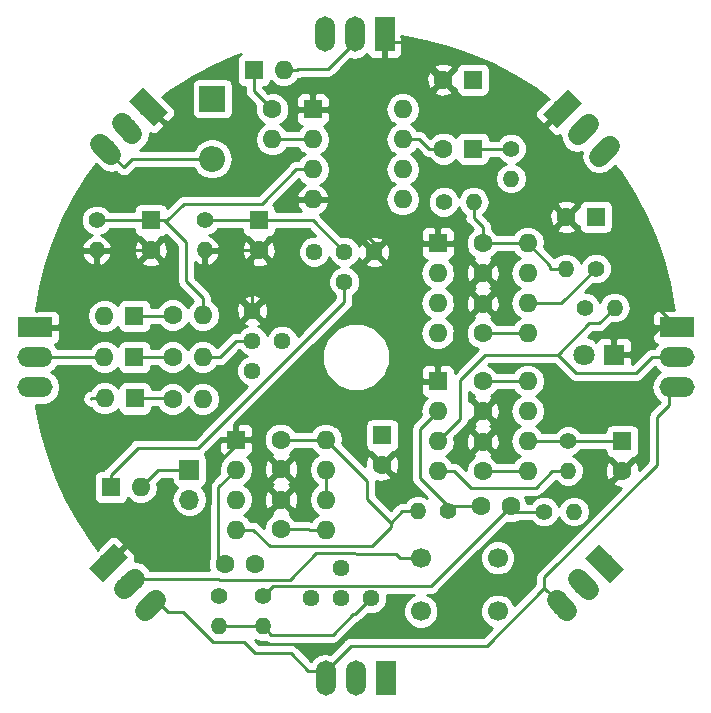
<source format=gbr>
G04 #@! TF.GenerationSoftware,KiCad,Pcbnew,5.0.2-bee76a0~70~ubuntu18.04.1*
G04 #@! TF.CreationDate,2019-08-26T16:36:03-04:00*
G04 #@! TF.ProjectId,neuromime_1.0.1_minor_corr,6e657572-6f6d-4696-9d65-5f312e302e31,rev?*
G04 #@! TF.SameCoordinates,Original*
G04 #@! TF.FileFunction,Copper,L2,Bot*
G04 #@! TF.FilePolarity,Positive*
%FSLAX46Y46*%
G04 Gerber Fmt 4.6, Leading zero omitted, Abs format (unit mm)*
G04 Created by KiCad (PCBNEW 5.0.2-bee76a0~70~ubuntu18.04.1) date Mon 26 Aug 2019 04:36:03 PM EDT*
%MOMM*%
%LPD*%
G01*
G04 APERTURE LIST*
G04 #@! TA.AperFunction,ComponentPad*
%ADD10O,1.600000X1.600000*%
G04 #@! TD*
G04 #@! TA.AperFunction,ComponentPad*
%ADD11R,1.600000X1.600000*%
G04 #@! TD*
G04 #@! TA.AperFunction,ComponentPad*
%ADD12C,1.600000*%
G04 #@! TD*
G04 #@! TA.AperFunction,ComponentPad*
%ADD13C,1.800000*%
G04 #@! TD*
G04 #@! TA.AperFunction,ComponentPad*
%ADD14R,1.800000X1.800000*%
G04 #@! TD*
G04 #@! TA.AperFunction,ComponentPad*
%ADD15O,1.700000X1.700000*%
G04 #@! TD*
G04 #@! TA.AperFunction,ComponentPad*
%ADD16R,1.700000X1.700000*%
G04 #@! TD*
G04 #@! TA.AperFunction,ComponentPad*
%ADD17R,1.700000X3.000000*%
G04 #@! TD*
G04 #@! TA.AperFunction,ComponentPad*
%ADD18O,1.700000X3.000000*%
G04 #@! TD*
G04 #@! TA.AperFunction,ComponentPad*
%ADD19R,2.200000X2.200000*%
G04 #@! TD*
G04 #@! TA.AperFunction,ComponentPad*
%ADD20O,2.200000X2.200000*%
G04 #@! TD*
G04 #@! TA.AperFunction,ComponentPad*
%ADD21C,1.400000*%
G04 #@! TD*
G04 #@! TA.AperFunction,ComponentPad*
%ADD22O,1.400000X1.400000*%
G04 #@! TD*
G04 #@! TA.AperFunction,ComponentPad*
%ADD23C,1.700000*%
G04 #@! TD*
G04 #@! TA.AperFunction,Conductor*
%ADD24C,1.700000*%
G04 #@! TD*
G04 #@! TA.AperFunction,Conductor*
%ADD25C,0.150000*%
G04 #@! TD*
G04 #@! TA.AperFunction,ComponentPad*
%ADD26R,3.000000X1.700000*%
G04 #@! TD*
G04 #@! TA.AperFunction,ComponentPad*
%ADD27O,3.000000X1.700000*%
G04 #@! TD*
G04 #@! TA.AperFunction,ComponentPad*
%ADD28C,1.440000*%
G04 #@! TD*
G04 #@! TA.AperFunction,Conductor*
%ADD29C,0.250000*%
G04 #@! TD*
G04 #@! TA.AperFunction,Conductor*
%ADD30C,0.254000*%
G04 #@! TD*
G04 APERTURE END LIST*
D10*
G04 #@! TO.P,U4,8*
G04 #@! TO.N,VCC*
X147460000Y-56985000D03*
G04 #@! TO.P,U4,4*
X139840000Y-64605000D03*
G04 #@! TO.P,U4,7*
G04 #@! TO.N,Net-(C17-Pad1)*
X147460000Y-59525000D03*
G04 #@! TO.P,U4,3*
G04 #@! TO.N,Net-(P5-Pad2)*
X139840000Y-62065000D03*
G04 #@! TO.P,U4,6*
G04 #@! TO.N,Net-(C17-Pad1)*
X147460000Y-62065000D03*
G04 #@! TO.P,U4,2*
G04 #@! TO.N,Net-(C11-Pad1)*
X139840000Y-59525000D03*
G04 #@! TO.P,U4,5*
G04 #@! TO.N,Net-(C16-Pad1)*
X147460000Y-64605000D03*
D11*
G04 #@! TO.P,U4,1*
G04 #@! TO.N,GND*
X139840000Y-56985000D03*
G04 #@! TD*
D12*
G04 #@! TO.P,R2,2*
G04 #@! TO.N,Net-(D2-Pad1)*
X134506000Y-50000000D03*
D10*
G04 #@! TO.P,R2,1*
G04 #@! TO.N,Net-(C5-Pad1)*
X137046000Y-50000000D03*
G04 #@! TD*
D13*
G04 #@! TO.P,D6,2*
G04 #@! TO.N,Net-(D6-Pad2)*
X169304000Y-49809500D03*
D14*
G04 #@! TO.P,D6,1*
G04 #@! TO.N,GND*
X171844000Y-49809500D03*
G04 #@! TD*
D15*
G04 #@! TO.P,W3,2*
G04 #@! TO.N,Net-(P5-Pad2)*
X135903000Y-62065000D03*
D16*
G04 #@! TO.P,W3,1*
G04 #@! TO.N,Net-(D5-Pad2)*
X135903000Y-59525000D03*
G04 #@! TD*
D12*
G04 #@! TO.P,C11,2*
G04 #@! TO.N,Net-(C10-Pad2)*
X141451000Y-67526000D03*
G04 #@! TO.P,C11,1*
G04 #@! TO.N,Net-(C11-Pad1)*
X138951000Y-67526000D03*
G04 #@! TD*
G04 #@! TO.P,C12,2*
G04 #@! TO.N,GND*
X160732000Y-54532000D03*
G04 #@! TO.P,C12,1*
G04 #@! TO.N,VCC*
X160732000Y-52032000D03*
G04 #@! TD*
G04 #@! TO.P,C13,2*
G04 #@! TO.N,GND*
X160732000Y-42848000D03*
G04 #@! TO.P,C13,1*
G04 #@! TO.N,VCC*
X160732000Y-40348000D03*
G04 #@! TD*
G04 #@! TO.P,C15,2*
G04 #@! TO.N,GND*
X160732000Y-57152000D03*
G04 #@! TO.P,C15,1*
G04 #@! TO.N,Net-(C15-Pad1)*
X160732000Y-59652000D03*
G04 #@! TD*
G04 #@! TO.P,C16,2*
G04 #@! TO.N,GND*
X143650000Y-62065000D03*
G04 #@! TO.P,C16,1*
G04 #@! TO.N,Net-(C16-Pad1)*
X143650000Y-64565000D03*
G04 #@! TD*
D10*
G04 #@! TO.P,U1,8*
G04 #@! TO.N,VCC*
X153964000Y-29022000D03*
G04 #@! TO.P,U1,4*
G04 #@! TO.N,GND*
X146344000Y-36642000D03*
G04 #@! TO.P,U1,7*
G04 #@! TO.N,Net-(C6-Pad2)*
X153964000Y-31562000D03*
G04 #@! TO.P,U1,3*
G04 #@! TO.N,Net-(C5-Pad1)*
X146344000Y-34102000D03*
G04 #@! TO.P,U1,6*
G04 #@! TO.N,Net-(U1-Pad5)*
X153964000Y-34102000D03*
G04 #@! TO.P,U1,2*
G04 #@! TO.N,refractory*
X146344000Y-31562000D03*
G04 #@! TO.P,U1,5*
G04 #@! TO.N,Net-(U1-Pad5)*
X153964000Y-36642000D03*
D11*
G04 #@! TO.P,U1,1*
G04 #@! TO.N,GND*
X146344000Y-29022000D03*
G04 #@! TD*
D10*
G04 #@! TO.P,U2,8*
G04 #@! TO.N,VCC*
X164542000Y-40348000D03*
G04 #@! TO.P,U2,4*
X156922000Y-47968000D03*
G04 #@! TO.P,U2,7*
G04 #@! TO.N,Net-(C8-Pad1)*
X164542000Y-42888000D03*
G04 #@! TO.P,U2,3*
G04 #@! TO.N,Net-(C10-Pad2)*
X156922000Y-45428000D03*
G04 #@! TO.P,U2,6*
G04 #@! TO.N,Net-(C8-Pad1)*
X164542000Y-45428000D03*
G04 #@! TO.P,U2,2*
G04 #@! TO.N,Net-(C6-Pad1)*
X156922000Y-42888000D03*
G04 #@! TO.P,U2,5*
G04 #@! TO.N,Net-(C9-Pad1)*
X164542000Y-47968000D03*
D11*
G04 #@! TO.P,U2,1*
G04 #@! TO.N,GND*
X156922000Y-40348000D03*
G04 #@! TD*
D10*
G04 #@! TO.P,U3,8*
G04 #@! TO.N,VCC*
X164542000Y-52032000D03*
G04 #@! TO.P,U3,4*
X156922000Y-59652000D03*
G04 #@! TO.P,U3,7*
G04 #@! TO.N,Net-(C14-Pad1)*
X164542000Y-54572000D03*
G04 #@! TO.P,U3,3*
G04 #@! TO.N,Net-(P2-Pad2)*
X156922000Y-57112000D03*
G04 #@! TO.P,U3,6*
G04 #@! TO.N,Net-(C14-Pad1)*
X164542000Y-57112000D03*
G04 #@! TO.P,U3,2*
G04 #@! TO.N,Net-(C10-Pad1)*
X156922000Y-54572000D03*
G04 #@! TO.P,U3,5*
G04 #@! TO.N,Net-(C15-Pad1)*
X164542000Y-59652000D03*
D11*
G04 #@! TO.P,U3,1*
G04 #@! TO.N,GND*
X156922000Y-52032000D03*
G04 #@! TD*
D12*
G04 #@! TO.P,C7,2*
G04 #@! TO.N,GND*
X143650000Y-59485000D03*
G04 #@! TO.P,C7,1*
G04 #@! TO.N,VCC*
X143650000Y-56985000D03*
G04 #@! TD*
G04 #@! TO.P,C9,2*
G04 #@! TO.N,GND*
X160732000Y-45468000D03*
G04 #@! TO.P,C9,1*
G04 #@! TO.N,Net-(C9-Pad1)*
X160732000Y-47968000D03*
G04 #@! TD*
G04 #@! TO.P,C10,2*
G04 #@! TO.N,Net-(C10-Pad2)*
X163104000Y-62636500D03*
G04 #@! TO.P,C10,1*
G04 #@! TO.N,Net-(C10-Pad1)*
X160604000Y-62636500D03*
G04 #@! TD*
D17*
G04 #@! TO.P,P5,1*
G04 #@! TO.N,GND*
X152540000Y-77193000D03*
D18*
G04 #@! TO.P,P5,2*
G04 #@! TO.N,Net-(P5-Pad2)*
X150000000Y-77193000D03*
G04 #@! TO.P,P5,3*
G04 #@! TO.N,VDD*
X147460001Y-77193000D03*
G04 #@! TD*
D10*
G04 #@! TO.P,D1,2*
G04 #@! TO.N,Net-(D1-Pad2)*
X128710000Y-46500000D03*
D11*
G04 #@! TO.P,D1,1*
G04 #@! TO.N,Net-(D1-Pad1)*
X131250000Y-46500000D03*
G04 #@! TD*
D10*
G04 #@! TO.P,D2,2*
G04 #@! TO.N,Net-(D2-Pad2)*
X128710000Y-50000000D03*
D11*
G04 #@! TO.P,D2,1*
G04 #@! TO.N,Net-(D2-Pad1)*
X131250000Y-50000000D03*
G04 #@! TD*
G04 #@! TO.P,D3,1*
G04 #@! TO.N,Net-(D3-Pad1)*
X131290000Y-53500000D03*
D10*
G04 #@! TO.P,D3,2*
G04 #@! TO.N,/start*
X128750000Y-53500000D03*
G04 #@! TD*
D11*
G04 #@! TO.P,D4,1*
G04 #@! TO.N,Net-(D4-Pad1)*
X141360000Y-25700000D03*
D10*
G04 #@! TO.P,D4,2*
G04 #@! TO.N,Net-(D4-Pad2)*
X143900000Y-25700000D03*
G04 #@! TD*
D11*
G04 #@! TO.P,D5,1*
G04 #@! TO.N,refractory*
X129250000Y-61000000D03*
D10*
G04 #@! TO.P,D5,2*
G04 #@! TO.N,Net-(D5-Pad2)*
X131790000Y-61000000D03*
G04 #@! TD*
D19*
G04 #@! TO.P,D7,1*
G04 #@! TO.N,VCC*
X137835000Y-28133000D03*
D20*
G04 #@! TO.P,D7,2*
G04 #@! TO.N,VDD*
X137835000Y-33213000D03*
G04 #@! TD*
D21*
G04 #@! TO.P,R5,1*
G04 #@! TO.N,refractory*
X137200000Y-38420000D03*
D22*
G04 #@! TO.P,R5,2*
G04 #@! TO.N,GND*
X137200000Y-40960000D03*
G04 #@! TD*
D21*
G04 #@! TO.P,R6,1*
G04 #@! TO.N,Net-(C5-Pad1)*
X128056000Y-38420000D03*
D22*
G04 #@! TO.P,R6,2*
G04 #@! TO.N,GND*
X128056000Y-40960000D03*
G04 #@! TD*
G04 #@! TO.P,R7,2*
G04 #@! TO.N,VCC*
X159970000Y-36855500D03*
D21*
G04 #@! TO.P,R7,1*
G04 #@! TO.N,Net-(C6-Pad2)*
X157430000Y-36855500D03*
G04 #@! TD*
G04 #@! TO.P,R8,1*
G04 #@! TO.N,Net-(C6-Pad1)*
X163144000Y-32347000D03*
D22*
G04 #@! TO.P,R8,2*
G04 #@! TO.N,VCC*
X163144000Y-34887000D03*
G04 #@! TD*
G04 #@! TO.P,R9,2*
G04 #@! TO.N,VCC*
X167780000Y-42507000D03*
D21*
G04 #@! TO.P,R9,1*
G04 #@! TO.N,Net-(C8-Pad1)*
X170320000Y-42507000D03*
G04 #@! TD*
G04 #@! TO.P,R10,1*
G04 #@! TO.N,Net-(C10-Pad2)*
X165938000Y-63081000D03*
D22*
G04 #@! TO.P,R10,2*
G04 #@! TO.N,VCC*
X168478000Y-63081000D03*
G04 #@! TD*
D21*
G04 #@! TO.P,R11,1*
G04 #@! TO.N,Net-(C10-Pad2)*
X142126000Y-70256500D03*
D22*
G04 #@! TO.P,R11,2*
G04 #@! TO.N,VCC*
X142126000Y-72796500D03*
G04 #@! TD*
G04 #@! TO.P,R12,2*
G04 #@! TO.N,VCC*
X155270000Y-63017500D03*
D21*
G04 #@! TO.P,R12,1*
G04 #@! TO.N,Net-(C10-Pad1)*
X157810000Y-63017500D03*
G04 #@! TD*
D22*
G04 #@! TO.P,R13,2*
G04 #@! TO.N,VCC*
X138443000Y-72796500D03*
D21*
G04 #@! TO.P,R13,1*
G04 #@! TO.N,Net-(C11-Pad1)*
X138443000Y-70256500D03*
G04 #@! TD*
D22*
G04 #@! TO.P,R14,2*
G04 #@! TO.N,VCC*
X167970000Y-59652000D03*
D21*
G04 #@! TO.P,R14,1*
G04 #@! TO.N,Net-(C14-Pad1)*
X167970000Y-57112000D03*
G04 #@! TD*
D22*
G04 #@! TO.P,R15,2*
G04 #@! TO.N,Net-(P2-Pad2)*
X171908000Y-45809000D03*
D21*
G04 #@! TO.P,R15,1*
G04 #@! TO.N,Net-(D6-Pad2)*
X169368000Y-45809000D03*
G04 #@! TD*
D11*
G04 #@! TO.P,C1,1*
G04 #@! TO.N,VCC*
X159906000Y-26505000D03*
D12*
G04 #@! TO.P,C1,2*
G04 #@! TO.N,GND*
X157406000Y-26505000D03*
G04 #@! TD*
D11*
G04 #@! TO.P,C4,1*
G04 #@! TO.N,refractory*
X141772000Y-38420000D03*
D12*
G04 #@! TO.P,C4,2*
G04 #@! TO.N,GND*
X141772000Y-40920000D03*
G04 #@! TD*
G04 #@! TO.P,C5,2*
G04 #@! TO.N,GND*
X132628000Y-40920000D03*
D11*
G04 #@! TO.P,C5,1*
G04 #@! TO.N,Net-(C5-Pad1)*
X132628000Y-38420000D03*
G04 #@! TD*
D12*
G04 #@! TO.P,C6,2*
G04 #@! TO.N,Net-(C6-Pad2)*
X157406000Y-32347000D03*
D11*
G04 #@! TO.P,C6,1*
G04 #@! TO.N,Net-(C6-Pad1)*
X159906000Y-32347000D03*
G04 #@! TD*
G04 #@! TO.P,C8,1*
G04 #@! TO.N,Net-(C8-Pad1)*
X170320000Y-38125500D03*
D12*
G04 #@! TO.P,C8,2*
G04 #@! TO.N,GND*
X167820000Y-38125500D03*
G04 #@! TD*
G04 #@! TO.P,C14,2*
G04 #@! TO.N,GND*
X172542000Y-59612000D03*
D11*
G04 #@! TO.P,C14,1*
G04 #@! TO.N,Net-(C14-Pad1)*
X172542000Y-57112000D03*
G04 #@! TD*
D12*
G04 #@! TO.P,C17,2*
G04 #@! TO.N,GND*
X152222000Y-59104000D03*
D11*
G04 #@! TO.P,C17,1*
G04 #@! TO.N,Net-(C17-Pad1)*
X152222000Y-56604000D03*
G04 #@! TD*
D18*
G04 #@! TO.P,K1,3*
G04 #@! TO.N,VDD*
X147360000Y-22657000D03*
G04 #@! TO.P,K1,2*
G04 #@! TO.N,Net-(D4-Pad2)*
X149900000Y-22657000D03*
D17*
G04 #@! TO.P,K1,1*
G04 #@! TO.N,GND*
X152440000Y-22657000D03*
G04 #@! TD*
D23*
G04 #@! TO.P,K2,3*
G04 #@! TO.N,VDD*
X128830279Y-32408483D03*
D24*
G04 #@! TD*
G04 #@! TO.N,VDD*
G04 #@! TO.C,K2*
X128370660Y-31948864D02*
X129289898Y-32868102D01*
D23*
G04 #@! TO.P,K2,2*
G04 #@! TO.N,Net-(D1-Pad2)*
X130626330Y-30612432D03*
D24*
G04 #@! TD*
G04 #@! TO.N,Net-(D1-Pad2)*
G04 #@! TO.C,K2*
X130166711Y-30152813D02*
X131085949Y-31072051D01*
D23*
G04 #@! TO.P,K2,1*
G04 #@! TO.N,GND*
X132422381Y-28816381D03*
D25*
G04 #@! TD*
G04 #@! TO.N,GND*
G04 #@! TO.C,K2*
G36*
X130760680Y-28356762D02*
X131962762Y-27154680D01*
X134084082Y-29276000D01*
X132882000Y-30478082D01*
X130760680Y-28356762D01*
X130760680Y-28356762D01*
G37*
D23*
G04 #@! TO.P,K4,1*
G04 #@! TO.N,GND*
X129030381Y-67414119D03*
D25*
G04 #@! TD*
G04 #@! TO.N,GND*
G04 #@! TO.C,K4*
G36*
X128570762Y-69075820D02*
X127368680Y-67873738D01*
X129490000Y-65752418D01*
X130692082Y-66954500D01*
X128570762Y-69075820D01*
X128570762Y-69075820D01*
G37*
D23*
G04 #@! TO.P,K4,2*
G04 #@! TO.N,/start*
X130826432Y-69210170D03*
D24*
G04 #@! TD*
G04 #@! TO.N,/start*
G04 #@! TO.C,K4*
X130366813Y-69669789D02*
X131286051Y-68750551D01*
D23*
G04 #@! TO.P,K4,3*
G04 #@! TO.N,VDD*
X132622483Y-71006221D03*
D24*
G04 #@! TD*
G04 #@! TO.N,VDD*
G04 #@! TO.C,K4*
X132162864Y-71465840D02*
X133082102Y-70546602D01*
D26*
G04 #@! TO.P,K3,1*
G04 #@! TO.N,GND*
X122807000Y-47460000D03*
D27*
G04 #@! TO.P,K3,2*
G04 #@! TO.N,Net-(D2-Pad2)*
X122807000Y-50000000D03*
G04 #@! TO.P,K3,3*
G04 #@! TO.N,VDD*
X122807000Y-52540000D03*
G04 #@! TD*
D23*
G04 #@! TO.P,P2,3*
G04 #@! TO.N,VDD*
X171069721Y-32558483D03*
D24*
G04 #@! TD*
G04 #@! TO.N,VDD*
G04 #@! TO.C,P2*
X170610102Y-33018102D02*
X171529340Y-32098864D01*
D23*
G04 #@! TO.P,P2,2*
G04 #@! TO.N,Net-(P2-Pad2)*
X169273670Y-30762432D03*
D24*
G04 #@! TD*
G04 #@! TO.N,Net-(P2-Pad2)*
G04 #@! TO.C,P2*
X168814051Y-31222051D02*
X169733289Y-30302813D01*
D23*
G04 #@! TO.P,P2,1*
G04 #@! TO.N,GND*
X167477619Y-28966381D03*
D25*
G04 #@! TD*
G04 #@! TO.N,GND*
G04 #@! TO.C,P2*
G36*
X167018000Y-30628082D02*
X165815918Y-29426000D01*
X167937238Y-27304680D01*
X169139320Y-28506762D01*
X167018000Y-30628082D01*
X167018000Y-30628082D01*
G37*
D27*
G04 #@! TO.P,P3,3*
G04 #@! TO.N,VDD*
X177193000Y-52539999D03*
G04 #@! TO.P,P3,2*
G04 #@! TO.N,Net-(P2-Pad2)*
X177193000Y-50000000D03*
D26*
G04 #@! TO.P,P3,1*
G04 #@! TO.N,GND*
X177193000Y-47460000D03*
G04 #@! TD*
D23*
G04 #@! TO.P,P4,1*
G04 #@! TO.N,GND*
X171051619Y-67459519D03*
D25*
G04 #@! TD*
G04 #@! TO.N,GND*
G04 #@! TO.C,P4*
G36*
X169389918Y-66999900D02*
X170592000Y-65797818D01*
X172713320Y-67919138D01*
X171511238Y-69121220D01*
X169389918Y-66999900D01*
X169389918Y-66999900D01*
G37*
D23*
G04 #@! TO.P,P4,2*
G04 #@! TO.N,Net-(P2-Pad2)*
X169255568Y-69255570D03*
D24*
G04 #@! TD*
G04 #@! TO.N,Net-(P2-Pad2)*
G04 #@! TO.C,P4*
X168795949Y-68795951D02*
X169715187Y-69715189D01*
D23*
G04 #@! TO.P,P4,3*
G04 #@! TO.N,VDD*
X167459517Y-71051621D03*
D24*
G04 #@! TD*
G04 #@! TO.N,VDD*
G04 #@! TO.C,P4*
X166999898Y-70592002D02*
X167919136Y-71511240D01*
D12*
G04 #@! TO.P,R1,2*
G04 #@! TO.N,Net-(D1-Pad1)*
X134506000Y-46444000D03*
D10*
G04 #@! TO.P,R1,1*
G04 #@! TO.N,Net-(C5-Pad1)*
X137046000Y-46444000D03*
G04 #@! TD*
G04 #@! TO.P,R3,1*
G04 #@! TO.N,Net-(C5-Pad1)*
X137046000Y-53556000D03*
D12*
G04 #@! TO.P,R3,2*
G04 #@! TO.N,Net-(D3-Pad1)*
X134506000Y-53556000D03*
G04 #@! TD*
D10*
G04 #@! TO.P,R4,1*
G04 #@! TO.N,refractory*
X142915000Y-31562000D03*
D12*
G04 #@! TO.P,R4,2*
G04 #@! TO.N,Net-(D4-Pad1)*
X142915000Y-29022000D03*
G04 #@! TD*
D28*
G04 #@! TO.P,RV1,3*
G04 #@! TO.N,VCC*
X146471000Y-41087000D03*
G04 #@! TO.P,RV1,2*
G04 #@! TO.N,refractory*
X149011000Y-43627000D03*
G04 #@! TO.P,RV1,1*
G04 #@! TO.N,GND*
X151551000Y-41087000D03*
G04 #@! TO.P,RV1,2*
G04 #@! TO.N,refractory*
X149011000Y-41087000D03*
G04 #@! TD*
G04 #@! TO.P,RV2,2*
G04 #@! TO.N,Net-(C5-Pad1)*
X141237000Y-48603000D03*
G04 #@! TO.P,RV2,1*
G04 #@! TO.N,GND*
X141237000Y-46063000D03*
G04 #@! TO.P,RV2,2*
G04 #@! TO.N,Net-(C5-Pad1)*
X143777000Y-48603000D03*
G04 #@! TO.P,RV2,3*
G04 #@! TO.N,VCC*
X141237000Y-51143000D03*
G04 #@! TD*
G04 #@! TO.P,RV3,3*
G04 #@! TO.N,VCC*
X151280000Y-70400000D03*
G04 #@! TO.P,RV3,2*
X148740000Y-67860000D03*
G04 #@! TO.P,RV3,1*
G04 #@! TO.N,Net-(C17-Pad1)*
X146200000Y-70400000D03*
G04 #@! TO.P,RV3,2*
G04 #@! TO.N,VCC*
X148740000Y-70400000D03*
G04 #@! TD*
D23*
G04 #@! TO.P,SW1,4*
G04 #@! TO.N,VDD*
X162000000Y-71500000D03*
G04 #@! TO.P,SW1,3*
G04 #@! TO.N,/start*
X155500000Y-71500000D03*
G04 #@! TO.P,SW1,2*
G04 #@! TO.N,VDD*
X162000000Y-67000000D03*
G04 #@! TO.P,SW1,1*
G04 #@! TO.N,/start*
X155500000Y-67000000D03*
G04 #@! TD*
D29*
G04 #@! TO.N,GND*
X129490000Y-66954500D02*
X130533100Y-65911400D01*
X140367500Y-56985000D02*
X140281600Y-56985000D01*
X140281600Y-56985000D02*
X137618800Y-59647800D01*
X137618800Y-59647800D02*
X137618800Y-62449600D01*
X137618800Y-62449600D02*
X134156900Y-65911500D01*
X134156900Y-65911500D02*
X130533100Y-65911500D01*
X130533100Y-65911500D02*
X130533100Y-65911400D01*
X140367500Y-56985000D02*
X141265100Y-56985000D01*
X139840000Y-56985000D02*
X140367500Y-56985000D01*
X143650000Y-59485000D02*
X141265100Y-57100100D01*
X141265100Y-57100100D02*
X141265100Y-56985000D01*
X176416900Y-46722400D02*
X176543000Y-46722400D01*
X167820000Y-38125500D02*
X176416900Y-46722400D01*
X176416900Y-46722400D02*
X176416900Y-46761700D01*
X176416900Y-46761700D02*
X173369100Y-49809500D01*
X171844000Y-49809500D02*
X173369100Y-49809500D01*
X176543000Y-47460000D02*
X176543000Y-46722400D01*
X141237000Y-40960000D02*
X141732000Y-40960000D01*
X141732000Y-40960000D02*
X141772000Y-40920000D01*
X137200000Y-40960000D02*
X141237000Y-40960000D01*
X141237000Y-40960000D02*
X141237000Y-46063000D01*
X151551000Y-40348000D02*
X147845000Y-36642000D01*
X147845000Y-36642000D02*
X147769100Y-36642000D01*
X151551000Y-41087000D02*
X151551000Y-40348000D01*
X151551000Y-40348000D02*
X155496900Y-40348000D01*
X156922000Y-40348000D02*
X155496900Y-40348000D01*
X156922000Y-52032000D02*
X156922000Y-50606900D01*
X160732000Y-45468000D02*
X158347100Y-47852900D01*
X158347100Y-47852900D02*
X158347100Y-49181800D01*
X158347100Y-49181800D02*
X156922000Y-50606900D01*
X128056000Y-40960000D02*
X132588000Y-40960000D01*
X132588000Y-40960000D02*
X132628000Y-40920000D01*
X152440000Y-23307000D02*
X153915100Y-23307000D01*
X153915100Y-23307000D02*
X157113100Y-26505000D01*
X157113100Y-26505000D02*
X157406000Y-26505000D01*
X146344000Y-36642000D02*
X147769100Y-36642000D01*
X156922000Y-40348000D02*
X158347100Y-40348000D01*
X160732000Y-42848000D02*
X158347100Y-40463100D01*
X158347100Y-40463100D02*
X158347100Y-40348000D01*
X156922000Y-52032000D02*
X152032000Y-52032000D01*
G04 #@! TO.N,VCC*
X156922000Y-59652000D02*
X158347100Y-59652000D01*
X167970000Y-59652000D02*
X166644900Y-59652000D01*
X166644900Y-59652000D02*
X165219800Y-61077100D01*
X165219800Y-61077100D02*
X159772200Y-61077100D01*
X159772200Y-61077100D02*
X158347100Y-59652000D01*
X140800900Y-72796500D02*
X138443000Y-72796500D01*
X159970000Y-36855500D02*
X159970000Y-38180600D01*
X159970000Y-38180600D02*
X160732000Y-38942600D01*
X160732000Y-38942600D02*
X160732000Y-40348000D01*
X164542000Y-40348000D02*
X160732000Y-40348000D01*
X166454900Y-42507000D02*
X166454900Y-42260900D01*
X166454900Y-42260900D02*
X164542000Y-40348000D01*
X150952000Y-62001500D02*
X150952000Y-60477000D01*
X150952000Y-60477000D02*
X147460000Y-56985000D01*
X152956500Y-64005900D02*
X150952000Y-62001500D01*
X141265100Y-64605000D02*
X142690300Y-66030200D01*
X142690300Y-66030200D02*
X151346300Y-66030200D01*
X151346300Y-66030200D02*
X152956500Y-64420000D01*
X152956500Y-64420000D02*
X152956500Y-64006000D01*
X152956500Y-64006000D02*
X152956500Y-64005900D01*
X152956500Y-64005900D02*
X153944900Y-63017500D01*
X167780000Y-42507000D02*
X166454900Y-42507000D01*
X155270000Y-63017500D02*
X153944900Y-63017500D01*
X139840000Y-64605000D02*
X141265100Y-64605000D01*
X142126000Y-72796500D02*
X140800900Y-72796500D01*
X160732000Y-52032000D02*
X164542000Y-52032000D01*
X143650000Y-56985000D02*
X147460000Y-56985000D01*
X149930000Y-71750000D02*
X151280000Y-70400000D01*
X149790000Y-71750000D02*
X149930000Y-71750000D01*
X148043501Y-73496499D02*
X149790000Y-71750000D01*
X142126000Y-72796500D02*
X142825999Y-73496499D01*
X142825999Y-73496499D02*
X148043501Y-73496499D01*
G04 #@! TO.N,refractory*
X146344000Y-31562000D02*
X142915000Y-31562000D01*
X149011000Y-41087000D02*
X146344000Y-38420000D01*
X146344000Y-38420000D02*
X141772000Y-38420000D01*
X137200000Y-38420000D02*
X141772000Y-38420000D01*
X149011000Y-45303800D02*
X149011000Y-43627000D01*
X131544700Y-57655300D02*
X136659500Y-57655300D01*
X129250000Y-59950000D02*
X131544700Y-57655300D01*
X136659500Y-57655300D02*
X149011000Y-45303800D01*
X129250000Y-61000000D02*
X129250000Y-59950000D01*
G04 #@! TO.N,Net-(C5-Pad1)*
X137046000Y-50000000D02*
X138471100Y-50000000D01*
X138471100Y-50000000D02*
X139868100Y-48603000D01*
X139868100Y-48603000D02*
X141237000Y-48603000D01*
X137046000Y-46444000D02*
X137046000Y-45018900D01*
X133771600Y-38420000D02*
X135620900Y-40269300D01*
X135620900Y-40269300D02*
X135620900Y-43593800D01*
X135620900Y-43593800D02*
X137046000Y-45018900D01*
X133771600Y-38420000D02*
X134053100Y-38420000D01*
X132628000Y-38420000D02*
X133771600Y-38420000D01*
X128056000Y-38420000D02*
X131202900Y-38420000D01*
X132628000Y-38420000D02*
X131202900Y-38420000D01*
X146344000Y-34102000D02*
X144918900Y-34102000D01*
X144918900Y-34102000D02*
X142026000Y-36994900D01*
X142026000Y-36994900D02*
X135478200Y-36994900D01*
X135478200Y-36994900D02*
X134053100Y-38420000D01*
G04 #@! TO.N,Net-(C6-Pad1)*
X163144000Y-32347000D02*
X159906000Y-32347000D01*
G04 #@! TO.N,Net-(C6-Pad2)*
X153964000Y-31562000D02*
X155389100Y-31562000D01*
X157406000Y-32347000D02*
X156174100Y-32347000D01*
X156174100Y-32347000D02*
X155389100Y-31562000D01*
G04 #@! TO.N,Net-(C8-Pad1)*
X164542000Y-45428000D02*
X167399000Y-45428000D01*
X167399000Y-45428000D02*
X170320000Y-42507000D01*
G04 #@! TO.N,Net-(C9-Pad1)*
X160732000Y-47968000D02*
X164542000Y-47968000D01*
G04 #@! TO.N,Net-(C10-Pad2)*
X165938000Y-63081000D02*
X163548500Y-63081000D01*
X163548500Y-63081000D02*
X163104000Y-62636500D01*
X156385501Y-69354999D02*
X162304001Y-63436499D01*
X143027501Y-69354999D02*
X156385501Y-69354999D01*
X162304001Y-63436499D02*
X163104000Y-62636500D01*
X142126000Y-70256500D02*
X143027501Y-69354999D01*
G04 #@! TO.N,Net-(C10-Pad1)*
X157810000Y-62636500D02*
X155432000Y-60258500D01*
X155432000Y-60258500D02*
X155432000Y-56062000D01*
X155432000Y-56062000D02*
X156922000Y-54572000D01*
X157810000Y-63017500D02*
X157810000Y-62636500D01*
X157810000Y-62636500D02*
X160604000Y-62636500D01*
G04 #@! TO.N,Net-(C11-Pad1)*
X138951000Y-67526000D02*
X138369000Y-66944000D01*
X138369000Y-66944000D02*
X138369000Y-60996000D01*
X138369000Y-60996000D02*
X139840000Y-59525000D01*
G04 #@! TO.N,Net-(C15-Pad1)*
X160732000Y-59652000D02*
X164542000Y-59652000D01*
G04 #@! TO.N,Net-(C16-Pad1)*
X147460000Y-64605000D02*
X146034900Y-64605000D01*
X143650000Y-64565000D02*
X145994900Y-64565000D01*
X145994900Y-64565000D02*
X146034900Y-64605000D01*
G04 #@! TO.N,Net-(C17-Pad1)*
X147460000Y-60933630D02*
X147460000Y-59525000D01*
X147460000Y-62065000D02*
X147460000Y-60933630D01*
G04 #@! TO.N,Net-(D1-Pad1)*
X134450000Y-46500000D02*
X134506000Y-46444000D01*
X131250000Y-46500000D02*
X134450000Y-46500000D01*
G04 #@! TO.N,Net-(D2-Pad1)*
X131250000Y-50000000D02*
X134506000Y-50000000D01*
G04 #@! TO.N,Net-(D3-Pad1)*
X134450000Y-53500000D02*
X134506000Y-53556000D01*
X131290000Y-53500000D02*
X134450000Y-53500000D01*
G04 #@! TO.N,Net-(D2-Pad2)*
X123457000Y-50000000D02*
X128710000Y-50000000D01*
G04 #@! TO.N,Net-(D4-Pad1)*
X141360000Y-27467000D02*
X142915000Y-29022000D01*
X141360000Y-25700000D02*
X141360000Y-27467000D01*
G04 #@! TO.N,Net-(D4-Pad2)*
X145031370Y-25700000D02*
X145131370Y-25600000D01*
X143900000Y-25700000D02*
X145031370Y-25700000D01*
X147607000Y-25600000D02*
X149900000Y-23307000D01*
X145131370Y-25600000D02*
X147607000Y-25600000D01*
G04 #@! TO.N,Net-(P2-Pad2)*
X167073500Y-49784100D02*
X160958200Y-49784100D01*
X160958200Y-49784100D02*
X158827000Y-51915300D01*
X158827000Y-51915300D02*
X158827000Y-55207000D01*
X158827000Y-55207000D02*
X156922000Y-57112000D01*
X171908000Y-45809000D02*
X170582800Y-47134200D01*
X170582800Y-47134200D02*
X169723400Y-47134200D01*
X169723400Y-47134200D02*
X167073500Y-49784100D01*
X167073500Y-49784100D02*
X168624000Y-51334600D01*
X168624000Y-51334600D02*
X173733300Y-51334600D01*
X173733300Y-51334600D02*
X175067900Y-50000000D01*
X176543000Y-50000000D02*
X175067900Y-50000000D01*
G04 #@! TO.N,Net-(C14-Pad1)*
X167970000Y-57112000D02*
X172542000Y-57112000D01*
X164542000Y-57112000D02*
X167970000Y-57112000D01*
G04 #@! TO.N,VDD*
X176543000Y-52540000D02*
X176543000Y-54015100D01*
X165957000Y-69549100D02*
X165957000Y-68640600D01*
X165957000Y-68640600D02*
X175499900Y-59097700D01*
X175499900Y-59097700D02*
X175499900Y-55058200D01*
X175499900Y-55058200D02*
X176543000Y-54015100D01*
X166089600Y-69681700D02*
X165957000Y-69549100D01*
X165957000Y-69549100D02*
X161081900Y-74424200D01*
X161081900Y-74424200D02*
X149578800Y-74424200D01*
X149578800Y-74424200D02*
X147460000Y-76543000D01*
X166999900Y-70592000D02*
X166089600Y-69681700D01*
X134125200Y-71589600D02*
X135362100Y-71589600D01*
X135362100Y-71589600D02*
X137894100Y-74121600D01*
X137894100Y-74121600D02*
X140544300Y-74121600D01*
X140544300Y-74121600D02*
X141490600Y-75067900D01*
X141490600Y-75067900D02*
X144509800Y-75067900D01*
X144509800Y-75067900D02*
X145984900Y-76543000D01*
X133082100Y-70546600D02*
X134125200Y-71589600D01*
X147460000Y-76543000D02*
X145984900Y-76543000D01*
X129289900Y-32868100D02*
X130333000Y-33911100D01*
X137835000Y-33213000D02*
X131031100Y-33213000D01*
X131031100Y-33213000D02*
X130333000Y-33911100D01*
G04 #@! TO.N,/start*
X127618630Y-53500000D02*
X127600000Y-53518630D01*
X128750000Y-53500000D02*
X127618630Y-53500000D01*
X144400000Y-68900000D02*
X146600000Y-66600000D01*
X146600000Y-66600000D02*
X153400000Y-66700000D01*
X138500000Y-68900000D02*
X144400000Y-68900000D01*
X131286051Y-68750551D02*
X138350551Y-68750551D01*
X138350551Y-68750551D02*
X138500000Y-68900000D01*
X153700000Y-67000000D02*
X155500000Y-67000000D01*
X153400000Y-66700000D02*
X153700000Y-67000000D01*
G04 #@! TO.N,Net-(D5-Pad2)*
X133265000Y-59525000D02*
X135903000Y-59525000D01*
X131790000Y-61000000D02*
X133265000Y-59525000D01*
G04 #@! TD*
D30*
G04 #@! TO.N,GND*
G36*
X168033671Y-51819073D02*
X168076071Y-51882529D01*
X168327463Y-52050504D01*
X168549148Y-52094600D01*
X168549152Y-52094600D01*
X168623999Y-52109488D01*
X168698846Y-52094600D01*
X173658453Y-52094600D01*
X173733300Y-52109488D01*
X173808147Y-52094600D01*
X173808152Y-52094600D01*
X174029837Y-52050504D01*
X174281229Y-51882529D01*
X174323631Y-51819070D01*
X175312038Y-50830664D01*
X175472375Y-51070625D01*
X175770760Y-51270000D01*
X175472375Y-51469374D01*
X175144161Y-51960581D01*
X175028908Y-52539999D01*
X175144161Y-53119417D01*
X175472375Y-53610624D01*
X175712337Y-53770961D01*
X175015428Y-54467871D01*
X174951972Y-54510271D01*
X174909572Y-54573727D01*
X174909571Y-54573728D01*
X174783997Y-54761663D01*
X174725012Y-55058200D01*
X174739901Y-55133052D01*
X174739900Y-58782898D01*
X173975543Y-59547255D01*
X173961778Y-59258546D01*
X173795864Y-58857995D01*
X173549745Y-58783861D01*
X172721605Y-59612000D01*
X172735748Y-59626142D01*
X172556142Y-59805748D01*
X172542000Y-59791605D01*
X171713861Y-60619745D01*
X171787995Y-60865864D01*
X172325223Y-61058965D01*
X172470773Y-61052026D01*
X165472528Y-68050271D01*
X165409072Y-68092671D01*
X165366672Y-68156127D01*
X165366671Y-68156128D01*
X165241097Y-68344063D01*
X165182112Y-68640600D01*
X165197001Y-68715451D01*
X165197000Y-69234298D01*
X163409341Y-71021958D01*
X163258922Y-70658815D01*
X162841185Y-70241078D01*
X162295385Y-70015000D01*
X161704615Y-70015000D01*
X161158815Y-70241078D01*
X160741078Y-70658815D01*
X160515000Y-71204615D01*
X160515000Y-71795385D01*
X160741078Y-72341185D01*
X161158815Y-72758922D01*
X161521958Y-72909341D01*
X160767099Y-73664200D01*
X149653648Y-73664200D01*
X149578800Y-73649312D01*
X149503952Y-73664200D01*
X149503948Y-73664200D01*
X149330405Y-73698720D01*
X149282262Y-73708296D01*
X149107511Y-73825062D01*
X149030871Y-73876271D01*
X148988471Y-73939727D01*
X147826408Y-75101791D01*
X147460001Y-75028908D01*
X146880584Y-75144161D01*
X146389377Y-75472375D01*
X146229039Y-75712337D01*
X145100131Y-74583430D01*
X145057729Y-74519971D01*
X144806337Y-74351996D01*
X144584652Y-74307900D01*
X144584647Y-74307900D01*
X144509800Y-74293012D01*
X144434953Y-74307900D01*
X141805402Y-74307900D01*
X141443681Y-73946179D01*
X141605109Y-74054042D01*
X141994515Y-74131500D01*
X142257485Y-74131500D01*
X142373766Y-74108370D01*
X142529462Y-74212403D01*
X142751147Y-74256499D01*
X142751151Y-74256499D01*
X142825998Y-74271387D01*
X142900845Y-74256499D01*
X147968654Y-74256499D01*
X148043501Y-74271387D01*
X148118348Y-74256499D01*
X148118353Y-74256499D01*
X148340038Y-74212403D01*
X148591430Y-74044428D01*
X148633832Y-73980969D01*
X150129620Y-72485182D01*
X150226537Y-72465904D01*
X150477929Y-72297929D01*
X150520331Y-72234470D01*
X151002928Y-71751874D01*
X151010474Y-71755000D01*
X151549526Y-71755000D01*
X152047546Y-71548714D01*
X152428714Y-71167546D01*
X152635000Y-70669526D01*
X152635000Y-70130474D01*
X152628590Y-70114999D01*
X154963196Y-70114999D01*
X154658815Y-70241078D01*
X154241078Y-70658815D01*
X154015000Y-71204615D01*
X154015000Y-71795385D01*
X154241078Y-72341185D01*
X154658815Y-72758922D01*
X155204615Y-72985000D01*
X155795385Y-72985000D01*
X156341185Y-72758922D01*
X156758922Y-72341185D01*
X156985000Y-71795385D01*
X156985000Y-71204615D01*
X156758922Y-70658815D01*
X156341185Y-70241078D01*
X156036804Y-70114999D01*
X156310654Y-70114999D01*
X156385501Y-70129887D01*
X156460348Y-70114999D01*
X156460353Y-70114999D01*
X156682038Y-70070903D01*
X156933430Y-69902928D01*
X156975832Y-69839469D01*
X160110686Y-66704615D01*
X160515000Y-66704615D01*
X160515000Y-67295385D01*
X160741078Y-67841185D01*
X161158815Y-68258922D01*
X161704615Y-68485000D01*
X162295385Y-68485000D01*
X162841185Y-68258922D01*
X163258922Y-67841185D01*
X163485000Y-67295385D01*
X163485000Y-66704615D01*
X163258922Y-66158815D01*
X162841185Y-65741078D01*
X162295385Y-65515000D01*
X161704615Y-65515000D01*
X161158815Y-65741078D01*
X160741078Y-66158815D01*
X160515000Y-66704615D01*
X160110686Y-66704615D01*
X162765698Y-64049604D01*
X162818561Y-64071500D01*
X163389439Y-64071500D01*
X163916862Y-63853034D01*
X163928896Y-63841000D01*
X164810025Y-63841000D01*
X165181783Y-64212758D01*
X165672452Y-64416000D01*
X166203548Y-64416000D01*
X166694217Y-64212758D01*
X167069758Y-63837217D01*
X167203191Y-63515082D01*
X167220458Y-63601891D01*
X167515519Y-64043481D01*
X167957109Y-64338542D01*
X168346515Y-64416000D01*
X168609485Y-64416000D01*
X168998891Y-64338542D01*
X169440481Y-64043481D01*
X169735542Y-63601891D01*
X169839154Y-63081000D01*
X169735542Y-62560109D01*
X169440481Y-62118519D01*
X168998891Y-61823458D01*
X168609485Y-61746000D01*
X168346515Y-61746000D01*
X167957109Y-61823458D01*
X167515519Y-62118519D01*
X167220458Y-62560109D01*
X167203191Y-62646918D01*
X167069758Y-62324783D01*
X166694217Y-61949242D01*
X166203548Y-61746000D01*
X165672452Y-61746000D01*
X165181783Y-61949242D01*
X164810025Y-62321000D01*
X164526548Y-62321000D01*
X164326110Y-61837100D01*
X165144953Y-61837100D01*
X165219800Y-61851988D01*
X165294647Y-61837100D01*
X165294652Y-61837100D01*
X165516337Y-61793004D01*
X165767729Y-61625029D01*
X165810131Y-61561570D01*
X166907264Y-60464438D01*
X167007519Y-60614481D01*
X167449109Y-60909542D01*
X167838515Y-60987000D01*
X168101485Y-60987000D01*
X168490891Y-60909542D01*
X168932481Y-60614481D01*
X169227542Y-60172891D01*
X169331154Y-59652000D01*
X169280078Y-59395223D01*
X171095035Y-59395223D01*
X171122222Y-59965454D01*
X171288136Y-60366005D01*
X171534255Y-60440139D01*
X172362395Y-59612000D01*
X171534255Y-58783861D01*
X171288136Y-58857995D01*
X171095035Y-59395223D01*
X169280078Y-59395223D01*
X169227542Y-59131109D01*
X168932481Y-58689519D01*
X168490891Y-58394458D01*
X168404082Y-58377191D01*
X168726217Y-58243758D01*
X169097975Y-57872000D01*
X171094560Y-57872000D01*
X171094560Y-57912000D01*
X171143843Y-58159765D01*
X171284191Y-58369809D01*
X171494235Y-58510157D01*
X171728187Y-58556693D01*
X171713861Y-58604255D01*
X172542000Y-59432395D01*
X173370139Y-58604255D01*
X173355813Y-58556693D01*
X173589765Y-58510157D01*
X173799809Y-58369809D01*
X173940157Y-58159765D01*
X173989440Y-57912000D01*
X173989440Y-56312000D01*
X173940157Y-56064235D01*
X173799809Y-55854191D01*
X173589765Y-55713843D01*
X173342000Y-55664560D01*
X171742000Y-55664560D01*
X171494235Y-55713843D01*
X171284191Y-55854191D01*
X171143843Y-56064235D01*
X171094560Y-56312000D01*
X171094560Y-56352000D01*
X169097975Y-56352000D01*
X168726217Y-55980242D01*
X168235548Y-55777000D01*
X167704452Y-55777000D01*
X167213783Y-55980242D01*
X166842025Y-56352000D01*
X165760043Y-56352000D01*
X165576577Y-56077423D01*
X165224242Y-55842000D01*
X165576577Y-55606577D01*
X165893740Y-55131909D01*
X166005113Y-54572000D01*
X165893740Y-54012091D01*
X165576577Y-53537423D01*
X165224242Y-53302000D01*
X165576577Y-53066577D01*
X165893740Y-52591909D01*
X166005113Y-52032000D01*
X165893740Y-51472091D01*
X165576577Y-50997423D01*
X165101909Y-50680260D01*
X164683333Y-50597000D01*
X164400667Y-50597000D01*
X163982091Y-50680260D01*
X163507423Y-50997423D01*
X163323957Y-51272000D01*
X161970430Y-51272000D01*
X161948534Y-51219138D01*
X161544862Y-50815466D01*
X161160743Y-50656359D01*
X161273002Y-50544100D01*
X166758699Y-50544100D01*
X168033671Y-51819073D01*
X168033671Y-51819073D01*
G37*
X168033671Y-51819073D02*
X168076071Y-51882529D01*
X168327463Y-52050504D01*
X168549148Y-52094600D01*
X168549152Y-52094600D01*
X168623999Y-52109488D01*
X168698846Y-52094600D01*
X173658453Y-52094600D01*
X173733300Y-52109488D01*
X173808147Y-52094600D01*
X173808152Y-52094600D01*
X174029837Y-52050504D01*
X174281229Y-51882529D01*
X174323631Y-51819070D01*
X175312038Y-50830664D01*
X175472375Y-51070625D01*
X175770760Y-51270000D01*
X175472375Y-51469374D01*
X175144161Y-51960581D01*
X175028908Y-52539999D01*
X175144161Y-53119417D01*
X175472375Y-53610624D01*
X175712337Y-53770961D01*
X175015428Y-54467871D01*
X174951972Y-54510271D01*
X174909572Y-54573727D01*
X174909571Y-54573728D01*
X174783997Y-54761663D01*
X174725012Y-55058200D01*
X174739901Y-55133052D01*
X174739900Y-58782898D01*
X173975543Y-59547255D01*
X173961778Y-59258546D01*
X173795864Y-58857995D01*
X173549745Y-58783861D01*
X172721605Y-59612000D01*
X172735748Y-59626142D01*
X172556142Y-59805748D01*
X172542000Y-59791605D01*
X171713861Y-60619745D01*
X171787995Y-60865864D01*
X172325223Y-61058965D01*
X172470773Y-61052026D01*
X165472528Y-68050271D01*
X165409072Y-68092671D01*
X165366672Y-68156127D01*
X165366671Y-68156128D01*
X165241097Y-68344063D01*
X165182112Y-68640600D01*
X165197001Y-68715451D01*
X165197000Y-69234298D01*
X163409341Y-71021958D01*
X163258922Y-70658815D01*
X162841185Y-70241078D01*
X162295385Y-70015000D01*
X161704615Y-70015000D01*
X161158815Y-70241078D01*
X160741078Y-70658815D01*
X160515000Y-71204615D01*
X160515000Y-71795385D01*
X160741078Y-72341185D01*
X161158815Y-72758922D01*
X161521958Y-72909341D01*
X160767099Y-73664200D01*
X149653648Y-73664200D01*
X149578800Y-73649312D01*
X149503952Y-73664200D01*
X149503948Y-73664200D01*
X149330405Y-73698720D01*
X149282262Y-73708296D01*
X149107511Y-73825062D01*
X149030871Y-73876271D01*
X148988471Y-73939727D01*
X147826408Y-75101791D01*
X147460001Y-75028908D01*
X146880584Y-75144161D01*
X146389377Y-75472375D01*
X146229039Y-75712337D01*
X145100131Y-74583430D01*
X145057729Y-74519971D01*
X144806337Y-74351996D01*
X144584652Y-74307900D01*
X144584647Y-74307900D01*
X144509800Y-74293012D01*
X144434953Y-74307900D01*
X141805402Y-74307900D01*
X141443681Y-73946179D01*
X141605109Y-74054042D01*
X141994515Y-74131500D01*
X142257485Y-74131500D01*
X142373766Y-74108370D01*
X142529462Y-74212403D01*
X142751147Y-74256499D01*
X142751151Y-74256499D01*
X142825998Y-74271387D01*
X142900845Y-74256499D01*
X147968654Y-74256499D01*
X148043501Y-74271387D01*
X148118348Y-74256499D01*
X148118353Y-74256499D01*
X148340038Y-74212403D01*
X148591430Y-74044428D01*
X148633832Y-73980969D01*
X150129620Y-72485182D01*
X150226537Y-72465904D01*
X150477929Y-72297929D01*
X150520331Y-72234470D01*
X151002928Y-71751874D01*
X151010474Y-71755000D01*
X151549526Y-71755000D01*
X152047546Y-71548714D01*
X152428714Y-71167546D01*
X152635000Y-70669526D01*
X152635000Y-70130474D01*
X152628590Y-70114999D01*
X154963196Y-70114999D01*
X154658815Y-70241078D01*
X154241078Y-70658815D01*
X154015000Y-71204615D01*
X154015000Y-71795385D01*
X154241078Y-72341185D01*
X154658815Y-72758922D01*
X155204615Y-72985000D01*
X155795385Y-72985000D01*
X156341185Y-72758922D01*
X156758922Y-72341185D01*
X156985000Y-71795385D01*
X156985000Y-71204615D01*
X156758922Y-70658815D01*
X156341185Y-70241078D01*
X156036804Y-70114999D01*
X156310654Y-70114999D01*
X156385501Y-70129887D01*
X156460348Y-70114999D01*
X156460353Y-70114999D01*
X156682038Y-70070903D01*
X156933430Y-69902928D01*
X156975832Y-69839469D01*
X160110686Y-66704615D01*
X160515000Y-66704615D01*
X160515000Y-67295385D01*
X160741078Y-67841185D01*
X161158815Y-68258922D01*
X161704615Y-68485000D01*
X162295385Y-68485000D01*
X162841185Y-68258922D01*
X163258922Y-67841185D01*
X163485000Y-67295385D01*
X163485000Y-66704615D01*
X163258922Y-66158815D01*
X162841185Y-65741078D01*
X162295385Y-65515000D01*
X161704615Y-65515000D01*
X161158815Y-65741078D01*
X160741078Y-66158815D01*
X160515000Y-66704615D01*
X160110686Y-66704615D01*
X162765698Y-64049604D01*
X162818561Y-64071500D01*
X163389439Y-64071500D01*
X163916862Y-63853034D01*
X163928896Y-63841000D01*
X164810025Y-63841000D01*
X165181783Y-64212758D01*
X165672452Y-64416000D01*
X166203548Y-64416000D01*
X166694217Y-64212758D01*
X167069758Y-63837217D01*
X167203191Y-63515082D01*
X167220458Y-63601891D01*
X167515519Y-64043481D01*
X167957109Y-64338542D01*
X168346515Y-64416000D01*
X168609485Y-64416000D01*
X168998891Y-64338542D01*
X169440481Y-64043481D01*
X169735542Y-63601891D01*
X169839154Y-63081000D01*
X169735542Y-62560109D01*
X169440481Y-62118519D01*
X168998891Y-61823458D01*
X168609485Y-61746000D01*
X168346515Y-61746000D01*
X167957109Y-61823458D01*
X167515519Y-62118519D01*
X167220458Y-62560109D01*
X167203191Y-62646918D01*
X167069758Y-62324783D01*
X166694217Y-61949242D01*
X166203548Y-61746000D01*
X165672452Y-61746000D01*
X165181783Y-61949242D01*
X164810025Y-62321000D01*
X164526548Y-62321000D01*
X164326110Y-61837100D01*
X165144953Y-61837100D01*
X165219800Y-61851988D01*
X165294647Y-61837100D01*
X165294652Y-61837100D01*
X165516337Y-61793004D01*
X165767729Y-61625029D01*
X165810131Y-61561570D01*
X166907264Y-60464438D01*
X167007519Y-60614481D01*
X167449109Y-60909542D01*
X167838515Y-60987000D01*
X168101485Y-60987000D01*
X168490891Y-60909542D01*
X168932481Y-60614481D01*
X169227542Y-60172891D01*
X169331154Y-59652000D01*
X169280078Y-59395223D01*
X171095035Y-59395223D01*
X171122222Y-59965454D01*
X171288136Y-60366005D01*
X171534255Y-60440139D01*
X172362395Y-59612000D01*
X171534255Y-58783861D01*
X171288136Y-58857995D01*
X171095035Y-59395223D01*
X169280078Y-59395223D01*
X169227542Y-59131109D01*
X168932481Y-58689519D01*
X168490891Y-58394458D01*
X168404082Y-58377191D01*
X168726217Y-58243758D01*
X169097975Y-57872000D01*
X171094560Y-57872000D01*
X171094560Y-57912000D01*
X171143843Y-58159765D01*
X171284191Y-58369809D01*
X171494235Y-58510157D01*
X171728187Y-58556693D01*
X171713861Y-58604255D01*
X172542000Y-59432395D01*
X173370139Y-58604255D01*
X173355813Y-58556693D01*
X173589765Y-58510157D01*
X173799809Y-58369809D01*
X173940157Y-58159765D01*
X173989440Y-57912000D01*
X173989440Y-56312000D01*
X173940157Y-56064235D01*
X173799809Y-55854191D01*
X173589765Y-55713843D01*
X173342000Y-55664560D01*
X171742000Y-55664560D01*
X171494235Y-55713843D01*
X171284191Y-55854191D01*
X171143843Y-56064235D01*
X171094560Y-56312000D01*
X171094560Y-56352000D01*
X169097975Y-56352000D01*
X168726217Y-55980242D01*
X168235548Y-55777000D01*
X167704452Y-55777000D01*
X167213783Y-55980242D01*
X166842025Y-56352000D01*
X165760043Y-56352000D01*
X165576577Y-56077423D01*
X165224242Y-55842000D01*
X165576577Y-55606577D01*
X165893740Y-55131909D01*
X166005113Y-54572000D01*
X165893740Y-54012091D01*
X165576577Y-53537423D01*
X165224242Y-53302000D01*
X165576577Y-53066577D01*
X165893740Y-52591909D01*
X166005113Y-52032000D01*
X165893740Y-51472091D01*
X165576577Y-50997423D01*
X165101909Y-50680260D01*
X164683333Y-50597000D01*
X164400667Y-50597000D01*
X163982091Y-50680260D01*
X163507423Y-50997423D01*
X163323957Y-51272000D01*
X161970430Y-51272000D01*
X161948534Y-51219138D01*
X161544862Y-50815466D01*
X161160743Y-50656359D01*
X161273002Y-50544100D01*
X166758699Y-50544100D01*
X168033671Y-51819073D01*
G36*
X152587000Y-22710884D02*
X152587000Y-22784000D01*
X152567000Y-22784000D01*
X152567000Y-24633250D01*
X152725750Y-24792000D01*
X153416310Y-24792000D01*
X153649699Y-24695327D01*
X153828327Y-24516698D01*
X153925000Y-24283309D01*
X153925000Y-22942750D01*
X153826715Y-22844465D01*
X153839481Y-22845841D01*
X155853129Y-23217232D01*
X157833263Y-23738557D01*
X159768735Y-24406883D01*
X161648648Y-25218448D01*
X163462419Y-26168681D01*
X165199838Y-27252233D01*
X166381117Y-28118383D01*
X166225510Y-28118383D01*
X165277591Y-29066302D01*
X165180918Y-29299691D01*
X165180918Y-29552309D01*
X165277591Y-29785699D01*
X165765890Y-30273998D01*
X165990397Y-30273998D01*
X167298014Y-28966381D01*
X167283872Y-28952239D01*
X167347989Y-28888121D01*
X167572058Y-29079832D01*
X167491762Y-29160129D01*
X167477619Y-29145986D01*
X166170002Y-30453603D01*
X166170002Y-30678110D01*
X166658301Y-31166409D01*
X166891691Y-31263082D01*
X167144309Y-31263082D01*
X167305040Y-31196505D01*
X167299959Y-31222051D01*
X167415213Y-31801469D01*
X167743427Y-32292675D01*
X168234633Y-32620889D01*
X168814051Y-32736143D01*
X169166022Y-32666131D01*
X169096010Y-33018102D01*
X169211264Y-33597520D01*
X169539478Y-34088726D01*
X170030684Y-34416940D01*
X170610102Y-34532194D01*
X171189520Y-34416940D01*
X171556736Y-34171574D01*
X171940077Y-33788233D01*
X172417347Y-34432050D01*
X173509982Y-36163772D01*
X174469699Y-37972543D01*
X175291095Y-39848182D01*
X175969547Y-41780127D01*
X176501233Y-43757504D01*
X176883162Y-45769180D01*
X176906430Y-45975000D01*
X175566691Y-45975000D01*
X175333302Y-46071673D01*
X175154673Y-46250301D01*
X175058000Y-46483690D01*
X175058000Y-47174250D01*
X175216750Y-47333000D01*
X177059954Y-47333000D01*
X177090930Y-47607000D01*
X177066000Y-47607000D01*
X177066000Y-47587000D01*
X175216750Y-47587000D01*
X175058000Y-47745750D01*
X175058000Y-48436310D01*
X175154673Y-48669699D01*
X175333302Y-48848327D01*
X175494033Y-48914904D01*
X175472375Y-48929375D01*
X175264822Y-49240000D01*
X175142746Y-49240000D01*
X175067899Y-49225112D01*
X174993052Y-49240000D01*
X174993048Y-49240000D01*
X174771363Y-49284096D01*
X174771361Y-49284097D01*
X174771362Y-49284097D01*
X174583426Y-49409671D01*
X174583424Y-49409673D01*
X174519971Y-49452071D01*
X174477573Y-49515524D01*
X173418499Y-50574600D01*
X173379000Y-50574600D01*
X173379000Y-50095250D01*
X173220250Y-49936500D01*
X171971000Y-49936500D01*
X171971000Y-49956500D01*
X171717000Y-49956500D01*
X171717000Y-49936500D01*
X171697000Y-49936500D01*
X171697000Y-49682500D01*
X171717000Y-49682500D01*
X171717000Y-48433250D01*
X171971000Y-48433250D01*
X171971000Y-49682500D01*
X173220250Y-49682500D01*
X173379000Y-49523750D01*
X173379000Y-48783190D01*
X173282327Y-48549801D01*
X173103698Y-48371173D01*
X172870309Y-48274500D01*
X172129750Y-48274500D01*
X171971000Y-48433250D01*
X171717000Y-48433250D01*
X171558250Y-48274500D01*
X170817691Y-48274500D01*
X170584302Y-48371173D01*
X170405673Y-48549801D01*
X170349861Y-48684544D01*
X170173507Y-48508190D01*
X169643675Y-48288726D01*
X170038202Y-47894200D01*
X170507953Y-47894200D01*
X170582800Y-47909088D01*
X170657647Y-47894200D01*
X170657652Y-47894200D01*
X170879337Y-47850104D01*
X171130729Y-47682129D01*
X171173131Y-47618670D01*
X171669156Y-47122645D01*
X171776515Y-47144000D01*
X172039485Y-47144000D01*
X172428891Y-47066542D01*
X172870481Y-46771481D01*
X173165542Y-46329891D01*
X173269154Y-45809000D01*
X173165542Y-45288109D01*
X172870481Y-44846519D01*
X172428891Y-44551458D01*
X172039485Y-44474000D01*
X171776515Y-44474000D01*
X171387109Y-44551458D01*
X170945519Y-44846519D01*
X170650458Y-45288109D01*
X170633191Y-45374918D01*
X170499758Y-45052783D01*
X170124217Y-44677242D01*
X169633548Y-44474000D01*
X169427802Y-44474000D01*
X170059802Y-43842000D01*
X170585548Y-43842000D01*
X171076217Y-43638758D01*
X171451758Y-43263217D01*
X171655000Y-42772548D01*
X171655000Y-42241452D01*
X171451758Y-41750783D01*
X171076217Y-41375242D01*
X170585548Y-41172000D01*
X170054452Y-41172000D01*
X169563783Y-41375242D01*
X169188242Y-41750783D01*
X169054809Y-42072918D01*
X169037542Y-41986109D01*
X168742481Y-41544519D01*
X168300891Y-41249458D01*
X167911485Y-41172000D01*
X167648515Y-41172000D01*
X167259109Y-41249458D01*
X166817519Y-41544519D01*
X166815837Y-41547036D01*
X165940688Y-40671886D01*
X166005113Y-40348000D01*
X165893740Y-39788091D01*
X165576577Y-39313423D01*
X165306922Y-39133245D01*
X166991861Y-39133245D01*
X167065995Y-39379364D01*
X167603223Y-39572465D01*
X168173454Y-39545278D01*
X168574005Y-39379364D01*
X168648139Y-39133245D01*
X167820000Y-38305105D01*
X166991861Y-39133245D01*
X165306922Y-39133245D01*
X165101909Y-38996260D01*
X164683333Y-38913000D01*
X164400667Y-38913000D01*
X163982091Y-38996260D01*
X163507423Y-39313423D01*
X163323957Y-39588000D01*
X161970430Y-39588000D01*
X161948534Y-39535138D01*
X161544862Y-39131466D01*
X161492000Y-39109570D01*
X161492000Y-39017448D01*
X161506888Y-38942600D01*
X161492000Y-38867752D01*
X161492000Y-38867748D01*
X161447904Y-38646063D01*
X161447904Y-38646062D01*
X161322329Y-38458127D01*
X161279929Y-38394671D01*
X161216473Y-38352271D01*
X160782438Y-37918237D01*
X160796676Y-37908723D01*
X166373035Y-37908723D01*
X166400222Y-38478954D01*
X166566136Y-38879505D01*
X166812255Y-38953639D01*
X167640395Y-38125500D01*
X167999605Y-38125500D01*
X168827745Y-38953639D01*
X168875307Y-38939313D01*
X168921843Y-39173265D01*
X169062191Y-39383309D01*
X169272235Y-39523657D01*
X169520000Y-39572940D01*
X171120000Y-39572940D01*
X171367765Y-39523657D01*
X171577809Y-39383309D01*
X171718157Y-39173265D01*
X171767440Y-38925500D01*
X171767440Y-37325500D01*
X171718157Y-37077735D01*
X171577809Y-36867691D01*
X171367765Y-36727343D01*
X171120000Y-36678060D01*
X169520000Y-36678060D01*
X169272235Y-36727343D01*
X169062191Y-36867691D01*
X168921843Y-37077735D01*
X168875307Y-37311687D01*
X168827745Y-37297361D01*
X167999605Y-38125500D01*
X167640395Y-38125500D01*
X166812255Y-37297361D01*
X166566136Y-37371495D01*
X166373035Y-37908723D01*
X160796676Y-37908723D01*
X160932481Y-37817981D01*
X161227542Y-37376391D01*
X161278988Y-37117755D01*
X166991861Y-37117755D01*
X167820000Y-37945895D01*
X168648139Y-37117755D01*
X168574005Y-36871636D01*
X168036777Y-36678535D01*
X167466546Y-36705722D01*
X167065995Y-36871636D01*
X166991861Y-37117755D01*
X161278988Y-37117755D01*
X161331154Y-36855500D01*
X161227542Y-36334609D01*
X160932481Y-35893019D01*
X160490891Y-35597958D01*
X160101485Y-35520500D01*
X159838515Y-35520500D01*
X159449109Y-35597958D01*
X159007519Y-35893019D01*
X158712458Y-36334609D01*
X158695191Y-36421418D01*
X158561758Y-36099283D01*
X158186217Y-35723742D01*
X157695548Y-35520500D01*
X157164452Y-35520500D01*
X156673783Y-35723742D01*
X156298242Y-36099283D01*
X156095000Y-36589952D01*
X156095000Y-37121048D01*
X156298242Y-37611717D01*
X156673783Y-37987258D01*
X157164452Y-38190500D01*
X157695548Y-38190500D01*
X158186217Y-37987258D01*
X158561758Y-37611717D01*
X158695191Y-37289582D01*
X158712458Y-37376391D01*
X159007519Y-37817981D01*
X159210001Y-37953275D01*
X159210001Y-38105749D01*
X159195112Y-38180600D01*
X159254097Y-38477137D01*
X159366971Y-38646064D01*
X159422072Y-38728529D01*
X159485528Y-38770929D01*
X159882601Y-39168003D01*
X159515466Y-39535138D01*
X159297000Y-40062561D01*
X159297000Y-40633439D01*
X159515466Y-41160862D01*
X159919138Y-41564534D01*
X159984299Y-41591525D01*
X159977995Y-41594136D01*
X159903861Y-41840255D01*
X160732000Y-42668395D01*
X161560139Y-41840255D01*
X161486005Y-41594136D01*
X161479254Y-41591710D01*
X161544862Y-41564534D01*
X161948534Y-41160862D01*
X161970430Y-41108000D01*
X163323957Y-41108000D01*
X163507423Y-41382577D01*
X163859758Y-41618000D01*
X163507423Y-41853423D01*
X163190260Y-42328091D01*
X163078887Y-42888000D01*
X163190260Y-43447909D01*
X163507423Y-43922577D01*
X163859758Y-44158000D01*
X163507423Y-44393423D01*
X163190260Y-44868091D01*
X163078887Y-45428000D01*
X163190260Y-45987909D01*
X163507423Y-46462577D01*
X163859758Y-46698000D01*
X163507423Y-46933423D01*
X163323957Y-47208000D01*
X161970430Y-47208000D01*
X161948534Y-47155138D01*
X161544862Y-46751466D01*
X161479701Y-46724475D01*
X161486005Y-46721864D01*
X161560139Y-46475745D01*
X160732000Y-45647605D01*
X159903861Y-46475745D01*
X159977995Y-46721864D01*
X159984746Y-46724290D01*
X159919138Y-46751466D01*
X159515466Y-47155138D01*
X159297000Y-47682561D01*
X159297000Y-48253439D01*
X159515466Y-48780862D01*
X159919138Y-49184534D01*
X160317823Y-49349675D01*
X158357000Y-51310499D01*
X158357000Y-51105690D01*
X158260327Y-50872301D01*
X158081698Y-50693673D01*
X157848309Y-50597000D01*
X157207750Y-50597000D01*
X157049000Y-50755750D01*
X157049000Y-51905000D01*
X157069000Y-51905000D01*
X157069000Y-52159000D01*
X157049000Y-52159000D01*
X157049000Y-52179000D01*
X156795000Y-52179000D01*
X156795000Y-52159000D01*
X155645750Y-52159000D01*
X155487000Y-52317750D01*
X155487000Y-52958310D01*
X155583673Y-53191699D01*
X155762302Y-53370327D01*
X155993918Y-53466265D01*
X155887423Y-53537423D01*
X155570260Y-54012091D01*
X155458887Y-54572000D01*
X155523312Y-54895886D01*
X154947528Y-55471671D01*
X154884072Y-55514071D01*
X154841672Y-55577527D01*
X154841671Y-55577528D01*
X154716097Y-55765463D01*
X154657112Y-56062000D01*
X154672001Y-56136852D01*
X154672000Y-60183653D01*
X154657112Y-60258500D01*
X154672000Y-60333347D01*
X154672000Y-60333351D01*
X154716096Y-60555036D01*
X154884071Y-60806429D01*
X154947530Y-60848831D01*
X155995114Y-61896415D01*
X155790891Y-61759958D01*
X155401485Y-61682500D01*
X155138515Y-61682500D01*
X154749109Y-61759958D01*
X154307519Y-62055019D01*
X154172226Y-62257500D01*
X154019748Y-62257500D01*
X153944900Y-62242612D01*
X153870052Y-62257500D01*
X153870048Y-62257500D01*
X153696505Y-62292020D01*
X153648362Y-62301596D01*
X153503849Y-62398157D01*
X153396971Y-62469571D01*
X153354571Y-62533027D01*
X152956487Y-62931112D01*
X151712000Y-61686687D01*
X151712000Y-60551848D01*
X151726888Y-60477000D01*
X151721301Y-60448912D01*
X152005223Y-60550965D01*
X152575454Y-60523778D01*
X152976005Y-60357864D01*
X153050139Y-60111745D01*
X152222000Y-59283605D01*
X152207858Y-59297748D01*
X152028252Y-59118142D01*
X152042395Y-59104000D01*
X152401605Y-59104000D01*
X153229745Y-59932139D01*
X153475864Y-59858005D01*
X153668965Y-59320777D01*
X153641778Y-58750546D01*
X153475864Y-58349995D01*
X153229745Y-58275861D01*
X152401605Y-59104000D01*
X152042395Y-59104000D01*
X151214255Y-58275861D01*
X150968136Y-58349995D01*
X150775035Y-58887223D01*
X150791957Y-59242155D01*
X148858688Y-57308887D01*
X148923113Y-56985000D01*
X148811740Y-56425091D01*
X148494577Y-55950423D01*
X148275440Y-55804000D01*
X150774560Y-55804000D01*
X150774560Y-57404000D01*
X150823843Y-57651765D01*
X150964191Y-57861809D01*
X151174235Y-58002157D01*
X151408187Y-58048693D01*
X151393861Y-58096255D01*
X152222000Y-58924395D01*
X153050139Y-58096255D01*
X153035813Y-58048693D01*
X153269765Y-58002157D01*
X153479809Y-57861809D01*
X153620157Y-57651765D01*
X153669440Y-57404000D01*
X153669440Y-55804000D01*
X153620157Y-55556235D01*
X153479809Y-55346191D01*
X153269765Y-55205843D01*
X153022000Y-55156560D01*
X151422000Y-55156560D01*
X151174235Y-55205843D01*
X150964191Y-55346191D01*
X150823843Y-55556235D01*
X150774560Y-55804000D01*
X148275440Y-55804000D01*
X148019909Y-55633260D01*
X147601333Y-55550000D01*
X147318667Y-55550000D01*
X146900091Y-55633260D01*
X146425423Y-55950423D01*
X146241957Y-56225000D01*
X144888430Y-56225000D01*
X144866534Y-56172138D01*
X144462862Y-55768466D01*
X143935439Y-55550000D01*
X143364561Y-55550000D01*
X142837138Y-55768466D01*
X142433466Y-56172138D01*
X142215000Y-56699561D01*
X142215000Y-57270439D01*
X142433466Y-57797862D01*
X142837138Y-58201534D01*
X142902299Y-58228525D01*
X142895995Y-58231136D01*
X142821861Y-58477255D01*
X143650000Y-59305395D01*
X144478139Y-58477255D01*
X144404005Y-58231136D01*
X144397254Y-58228710D01*
X144462862Y-58201534D01*
X144866534Y-57797862D01*
X144888430Y-57745000D01*
X146241957Y-57745000D01*
X146425423Y-58019577D01*
X146777758Y-58255000D01*
X146425423Y-58490423D01*
X146108260Y-58965091D01*
X145996887Y-59525000D01*
X146108260Y-60084909D01*
X146425423Y-60559577D01*
X146700000Y-60743044D01*
X146700000Y-60846956D01*
X146425423Y-61030423D01*
X146108260Y-61505091D01*
X145996887Y-62065000D01*
X146108260Y-62624909D01*
X146425423Y-63099577D01*
X146777758Y-63335000D01*
X146425423Y-63570423D01*
X146245346Y-63839928D01*
X146069752Y-63805000D01*
X146069747Y-63805000D01*
X145994900Y-63790112D01*
X145920053Y-63805000D01*
X144888430Y-63805000D01*
X144866534Y-63752138D01*
X144462862Y-63348466D01*
X144397701Y-63321475D01*
X144404005Y-63318864D01*
X144478139Y-63072745D01*
X143650000Y-62244605D01*
X142821861Y-63072745D01*
X142895995Y-63318864D01*
X142902746Y-63321290D01*
X142837138Y-63348466D01*
X142433466Y-63752138D01*
X142215000Y-64279561D01*
X142215000Y-64480099D01*
X141855431Y-64120530D01*
X141813029Y-64057071D01*
X141561637Y-63889096D01*
X141339952Y-63845000D01*
X141339947Y-63845000D01*
X141265100Y-63830112D01*
X141190253Y-63845000D01*
X141058043Y-63845000D01*
X140874577Y-63570423D01*
X140522242Y-63335000D01*
X140874577Y-63099577D01*
X141191740Y-62624909D01*
X141303113Y-62065000D01*
X141259994Y-61848223D01*
X142203035Y-61848223D01*
X142230222Y-62418454D01*
X142396136Y-62819005D01*
X142642255Y-62893139D01*
X143470395Y-62065000D01*
X143829605Y-62065000D01*
X144657745Y-62893139D01*
X144903864Y-62819005D01*
X145096965Y-62281777D01*
X145069778Y-61711546D01*
X144903864Y-61310995D01*
X144657745Y-61236861D01*
X143829605Y-62065000D01*
X143470395Y-62065000D01*
X142642255Y-61236861D01*
X142396136Y-61310995D01*
X142203035Y-61848223D01*
X141259994Y-61848223D01*
X141191740Y-61505091D01*
X140874577Y-61030423D01*
X140522242Y-60795000D01*
X140874577Y-60559577D01*
X140919232Y-60492745D01*
X142821861Y-60492745D01*
X142895995Y-60738864D01*
X142989411Y-60772442D01*
X142895995Y-60811136D01*
X142821861Y-61057255D01*
X143650000Y-61885395D01*
X144478139Y-61057255D01*
X144404005Y-60811136D01*
X144310589Y-60777558D01*
X144404005Y-60738864D01*
X144478139Y-60492745D01*
X143650000Y-59664605D01*
X142821861Y-60492745D01*
X140919232Y-60492745D01*
X141191740Y-60084909D01*
X141303113Y-59525000D01*
X141252037Y-59268223D01*
X142203035Y-59268223D01*
X142230222Y-59838454D01*
X142396136Y-60239005D01*
X142642255Y-60313139D01*
X143470395Y-59485000D01*
X143829605Y-59485000D01*
X144657745Y-60313139D01*
X144903864Y-60239005D01*
X145096965Y-59701777D01*
X145069778Y-59131546D01*
X144903864Y-58730995D01*
X144657745Y-58656861D01*
X143829605Y-59485000D01*
X143470395Y-59485000D01*
X142642255Y-58656861D01*
X142396136Y-58730995D01*
X142203035Y-59268223D01*
X141252037Y-59268223D01*
X141191740Y-58965091D01*
X140874577Y-58490423D01*
X140768082Y-58419265D01*
X140999698Y-58323327D01*
X141178327Y-58144699D01*
X141275000Y-57911310D01*
X141275000Y-57270750D01*
X141116250Y-57112000D01*
X139967000Y-57112000D01*
X139967000Y-57132000D01*
X139713000Y-57132000D01*
X139713000Y-57112000D01*
X138563750Y-57112000D01*
X138405000Y-57270750D01*
X138405000Y-57911310D01*
X138501673Y-58144699D01*
X138680302Y-58323327D01*
X138911918Y-58419265D01*
X138805423Y-58490423D01*
X138488260Y-58965091D01*
X138376887Y-59525000D01*
X138441312Y-59848886D01*
X137884528Y-60405671D01*
X137821072Y-60448071D01*
X137778672Y-60511527D01*
X137778671Y-60511528D01*
X137706363Y-60619745D01*
X137653097Y-60699463D01*
X137644443Y-60742972D01*
X137594112Y-60996000D01*
X137609001Y-61070852D01*
X137609000Y-66869153D01*
X137594112Y-66944000D01*
X137608623Y-67016950D01*
X137516000Y-67240561D01*
X137516000Y-67811439D01*
X137590191Y-67990551D01*
X132564228Y-67990551D01*
X132356675Y-67679927D01*
X131865469Y-67351712D01*
X131286051Y-67236459D01*
X131260505Y-67241540D01*
X131327082Y-67080809D01*
X131327082Y-66828191D01*
X131230409Y-66594801D01*
X130742110Y-66106502D01*
X130517603Y-66106502D01*
X129209986Y-67414119D01*
X129224129Y-67428262D01*
X129126848Y-67525542D01*
X128931855Y-67304755D01*
X129016239Y-67220372D01*
X129030381Y-67234514D01*
X130337998Y-65926897D01*
X130337998Y-65702390D01*
X129849699Y-65214091D01*
X129616309Y-65117418D01*
X129363691Y-65117418D01*
X129130302Y-65214091D01*
X128182383Y-66162010D01*
X128182383Y-66343695D01*
X127545341Y-65502901D01*
X126434632Y-63782716D01*
X125456026Y-61984094D01*
X124615034Y-60117160D01*
X123916389Y-58192425D01*
X123364025Y-56220724D01*
X122961051Y-54213158D01*
X122937781Y-54025000D01*
X123603256Y-54025000D01*
X124036418Y-53938839D01*
X124527625Y-53610625D01*
X124589094Y-53518630D01*
X126825112Y-53518630D01*
X126884097Y-53815167D01*
X127052071Y-54066559D01*
X127303463Y-54234533D01*
X127547356Y-54283046D01*
X127715423Y-54534577D01*
X128190091Y-54851740D01*
X128608667Y-54935000D01*
X128891333Y-54935000D01*
X129309909Y-54851740D01*
X129784577Y-54534577D01*
X129865215Y-54413894D01*
X129891843Y-54547765D01*
X130032191Y-54757809D01*
X130242235Y-54898157D01*
X130490000Y-54947440D01*
X132090000Y-54947440D01*
X132337765Y-54898157D01*
X132547809Y-54757809D01*
X132688157Y-54547765D01*
X132737440Y-54300000D01*
X132737440Y-54260000D01*
X133244374Y-54260000D01*
X133289466Y-54368862D01*
X133693138Y-54772534D01*
X134220561Y-54991000D01*
X134791439Y-54991000D01*
X135318862Y-54772534D01*
X135722534Y-54368862D01*
X135776394Y-54238832D01*
X136011423Y-54590577D01*
X136486091Y-54907740D01*
X136904667Y-54991000D01*
X137187333Y-54991000D01*
X137605909Y-54907740D01*
X138080577Y-54590577D01*
X138397740Y-54115909D01*
X138509113Y-53556000D01*
X138397740Y-52996091D01*
X138080577Y-52521423D01*
X137605909Y-52204260D01*
X137187333Y-52121000D01*
X136904667Y-52121000D01*
X136486091Y-52204260D01*
X136011423Y-52521423D01*
X135776394Y-52873168D01*
X135722534Y-52743138D01*
X135318862Y-52339466D01*
X134791439Y-52121000D01*
X134220561Y-52121000D01*
X133693138Y-52339466D01*
X133292604Y-52740000D01*
X132737440Y-52740000D01*
X132737440Y-52700000D01*
X132688157Y-52452235D01*
X132547809Y-52242191D01*
X132337765Y-52101843D01*
X132090000Y-52052560D01*
X130490000Y-52052560D01*
X130242235Y-52101843D01*
X130032191Y-52242191D01*
X129891843Y-52452235D01*
X129865215Y-52586106D01*
X129784577Y-52465423D01*
X129309909Y-52148260D01*
X128891333Y-52065000D01*
X128608667Y-52065000D01*
X128190091Y-52148260D01*
X127715423Y-52465423D01*
X127530145Y-52742712D01*
X127322093Y-52784096D01*
X127070701Y-52952071D01*
X127028299Y-53015530D01*
X127009671Y-53034158D01*
X126884097Y-53222093D01*
X126825112Y-53518630D01*
X124589094Y-53518630D01*
X124855839Y-53119418D01*
X124971092Y-52540000D01*
X124855839Y-51960582D01*
X124527625Y-51469375D01*
X124229239Y-51270000D01*
X124527625Y-51070625D01*
X124735178Y-50760000D01*
X127491957Y-50760000D01*
X127675423Y-51034577D01*
X128150091Y-51351740D01*
X128568667Y-51435000D01*
X128851333Y-51435000D01*
X129269909Y-51351740D01*
X129744577Y-51034577D01*
X129825215Y-50913894D01*
X129851843Y-51047765D01*
X129992191Y-51257809D01*
X130202235Y-51398157D01*
X130450000Y-51447440D01*
X132050000Y-51447440D01*
X132297765Y-51398157D01*
X132507809Y-51257809D01*
X132648157Y-51047765D01*
X132697440Y-50800000D01*
X132697440Y-50760000D01*
X133267570Y-50760000D01*
X133289466Y-50812862D01*
X133693138Y-51216534D01*
X134220561Y-51435000D01*
X134791439Y-51435000D01*
X135318862Y-51216534D01*
X135722534Y-50812862D01*
X135776394Y-50682832D01*
X136011423Y-51034577D01*
X136486091Y-51351740D01*
X136904667Y-51435000D01*
X137187333Y-51435000D01*
X137605909Y-51351740D01*
X138080577Y-51034577D01*
X138264043Y-50760000D01*
X138396253Y-50760000D01*
X138471100Y-50774888D01*
X138545947Y-50760000D01*
X138545952Y-50760000D01*
X138767637Y-50715904D01*
X139019029Y-50547929D01*
X139061431Y-50484470D01*
X140131821Y-49414081D01*
X140469454Y-49751714D01*
X140762265Y-49873000D01*
X140469454Y-49994286D01*
X140088286Y-50375454D01*
X139882000Y-50873474D01*
X139882000Y-51412526D01*
X140088286Y-51910546D01*
X140469454Y-52291714D01*
X140808039Y-52431960D01*
X136344699Y-56895300D01*
X131619547Y-56895300D01*
X131544700Y-56880412D01*
X131469853Y-56895300D01*
X131469848Y-56895300D01*
X131248163Y-56939396D01*
X130996771Y-57107371D01*
X130954371Y-57170827D01*
X128765528Y-59359671D01*
X128702072Y-59402071D01*
X128659672Y-59465527D01*
X128659671Y-59465528D01*
X128601518Y-59552560D01*
X128450000Y-59552560D01*
X128202235Y-59601843D01*
X127992191Y-59742191D01*
X127851843Y-59952235D01*
X127802560Y-60200000D01*
X127802560Y-61800000D01*
X127851843Y-62047765D01*
X127992191Y-62257809D01*
X128202235Y-62398157D01*
X128450000Y-62447440D01*
X130050000Y-62447440D01*
X130297765Y-62398157D01*
X130507809Y-62257809D01*
X130648157Y-62047765D01*
X130674785Y-61913894D01*
X130755423Y-62034577D01*
X131230091Y-62351740D01*
X131648667Y-62435000D01*
X131931333Y-62435000D01*
X132349909Y-62351740D01*
X132824577Y-62034577D01*
X133141740Y-61559909D01*
X133253113Y-61000000D01*
X133188688Y-60676114D01*
X133579802Y-60285000D01*
X134405560Y-60285000D01*
X134405560Y-60375000D01*
X134454843Y-60622765D01*
X134595191Y-60832809D01*
X134805235Y-60973157D01*
X134850619Y-60982184D01*
X134832375Y-60994375D01*
X134504161Y-61485582D01*
X134388908Y-62065000D01*
X134504161Y-62644418D01*
X134832375Y-63135625D01*
X135323582Y-63463839D01*
X135756744Y-63550000D01*
X136049256Y-63550000D01*
X136482418Y-63463839D01*
X136973625Y-63135625D01*
X137301839Y-62644418D01*
X137417092Y-62065000D01*
X137301839Y-61485582D01*
X136973625Y-60994375D01*
X136955381Y-60982184D01*
X137000765Y-60973157D01*
X137210809Y-60832809D01*
X137351157Y-60622765D01*
X137400440Y-60375000D01*
X137400440Y-58675000D01*
X137351157Y-58427235D01*
X137210809Y-58217191D01*
X137198671Y-58209081D01*
X137207429Y-58203229D01*
X137249831Y-58139770D01*
X138547676Y-56841926D01*
X138563750Y-56858000D01*
X139713000Y-56858000D01*
X139713000Y-55708750D01*
X139967000Y-55708750D01*
X139967000Y-56858000D01*
X141116250Y-56858000D01*
X141275000Y-56699250D01*
X141275000Y-56058690D01*
X141178327Y-55825301D01*
X140999698Y-55646673D01*
X140766309Y-55550000D01*
X140125750Y-55550000D01*
X139967000Y-55708750D01*
X139713000Y-55708750D01*
X139696926Y-55692676D01*
X145963464Y-49426138D01*
X147115000Y-49426138D01*
X147115000Y-50573862D01*
X147554216Y-51634221D01*
X148365779Y-52445784D01*
X149426138Y-52885000D01*
X150573862Y-52885000D01*
X151634221Y-52445784D01*
X152445784Y-51634221D01*
X152664709Y-51105690D01*
X155487000Y-51105690D01*
X155487000Y-51746250D01*
X155645750Y-51905000D01*
X156795000Y-51905000D01*
X156795000Y-50755750D01*
X156636250Y-50597000D01*
X155995691Y-50597000D01*
X155762302Y-50693673D01*
X155583673Y-50872301D01*
X155487000Y-51105690D01*
X152664709Y-51105690D01*
X152885000Y-50573862D01*
X152885000Y-49426138D01*
X152445784Y-48365779D01*
X151634221Y-47554216D01*
X150573862Y-47115000D01*
X149426138Y-47115000D01*
X148365779Y-47554216D01*
X147554216Y-48365779D01*
X147115000Y-49426138D01*
X145963464Y-49426138D01*
X149495473Y-45894129D01*
X149558929Y-45851729D01*
X149637056Y-45734804D01*
X149726904Y-45600338D01*
X149744383Y-45512463D01*
X149771000Y-45378652D01*
X149771000Y-45378648D01*
X149785888Y-45303800D01*
X149771000Y-45228952D01*
X149771000Y-44778840D01*
X149778546Y-44775714D01*
X150159714Y-44394546D01*
X150366000Y-43896526D01*
X150366000Y-43357474D01*
X150171539Y-42888000D01*
X155458887Y-42888000D01*
X155570260Y-43447909D01*
X155887423Y-43922577D01*
X156239758Y-44158000D01*
X155887423Y-44393423D01*
X155570260Y-44868091D01*
X155458887Y-45428000D01*
X155570260Y-45987909D01*
X155887423Y-46462577D01*
X156239758Y-46698000D01*
X155887423Y-46933423D01*
X155570260Y-47408091D01*
X155458887Y-47968000D01*
X155570260Y-48527909D01*
X155887423Y-49002577D01*
X156362091Y-49319740D01*
X156780667Y-49403000D01*
X157063333Y-49403000D01*
X157481909Y-49319740D01*
X157956577Y-49002577D01*
X158273740Y-48527909D01*
X158385113Y-47968000D01*
X158273740Y-47408091D01*
X157956577Y-46933423D01*
X157604242Y-46698000D01*
X157956577Y-46462577D01*
X158273740Y-45987909D01*
X158385113Y-45428000D01*
X158349950Y-45251223D01*
X159285035Y-45251223D01*
X159312222Y-45821454D01*
X159478136Y-46222005D01*
X159724255Y-46296139D01*
X160552395Y-45468000D01*
X160911605Y-45468000D01*
X161739745Y-46296139D01*
X161985864Y-46222005D01*
X162178965Y-45684777D01*
X162151778Y-45114546D01*
X161985864Y-44713995D01*
X161739745Y-44639861D01*
X160911605Y-45468000D01*
X160552395Y-45468000D01*
X159724255Y-44639861D01*
X159478136Y-44713995D01*
X159285035Y-45251223D01*
X158349950Y-45251223D01*
X158273740Y-44868091D01*
X157956577Y-44393423D01*
X157604242Y-44158000D01*
X157956577Y-43922577D01*
X158001232Y-43855745D01*
X159903861Y-43855745D01*
X159977995Y-44101864D01*
X160123114Y-44154026D01*
X159977995Y-44214136D01*
X159903861Y-44460255D01*
X160732000Y-45288395D01*
X161560139Y-44460255D01*
X161486005Y-44214136D01*
X161340886Y-44161974D01*
X161486005Y-44101864D01*
X161560139Y-43855745D01*
X160732000Y-43027605D01*
X159903861Y-43855745D01*
X158001232Y-43855745D01*
X158273740Y-43447909D01*
X158385113Y-42888000D01*
X158334037Y-42631223D01*
X159285035Y-42631223D01*
X159312222Y-43201454D01*
X159478136Y-43602005D01*
X159724255Y-43676139D01*
X160552395Y-42848000D01*
X160911605Y-42848000D01*
X161739745Y-43676139D01*
X161985864Y-43602005D01*
X162178965Y-43064777D01*
X162151778Y-42494546D01*
X161985864Y-42093995D01*
X161739745Y-42019861D01*
X160911605Y-42848000D01*
X160552395Y-42848000D01*
X159724255Y-42019861D01*
X159478136Y-42093995D01*
X159285035Y-42631223D01*
X158334037Y-42631223D01*
X158273740Y-42328091D01*
X157956577Y-41853423D01*
X157850082Y-41782265D01*
X158081698Y-41686327D01*
X158260327Y-41507699D01*
X158357000Y-41274310D01*
X158357000Y-40633750D01*
X158198250Y-40475000D01*
X157049000Y-40475000D01*
X157049000Y-40495000D01*
X156795000Y-40495000D01*
X156795000Y-40475000D01*
X155645750Y-40475000D01*
X155487000Y-40633750D01*
X155487000Y-41274310D01*
X155583673Y-41507699D01*
X155762302Y-41686327D01*
X155993918Y-41782265D01*
X155887423Y-41853423D01*
X155570260Y-42328091D01*
X155458887Y-42888000D01*
X150171539Y-42888000D01*
X150159714Y-42859454D01*
X149778546Y-42478286D01*
X149485735Y-42357000D01*
X149778546Y-42235714D01*
X149977486Y-42036774D01*
X150780831Y-42036774D01*
X150845131Y-42274611D01*
X151353342Y-42454333D01*
X151891644Y-42425892D01*
X152256869Y-42274611D01*
X152321169Y-42036774D01*
X151551000Y-41266605D01*
X150780831Y-42036774D01*
X149977486Y-42036774D01*
X150159714Y-41854546D01*
X150274325Y-41577849D01*
X150363389Y-41792869D01*
X150601226Y-41857169D01*
X151371395Y-41087000D01*
X151730605Y-41087000D01*
X152500774Y-41857169D01*
X152738611Y-41792869D01*
X152918333Y-41284658D01*
X152889892Y-40746356D01*
X152738611Y-40381131D01*
X152500774Y-40316831D01*
X151730605Y-41087000D01*
X151371395Y-41087000D01*
X150601226Y-40316831D01*
X150363389Y-40381131D01*
X150281351Y-40613114D01*
X150159714Y-40319454D01*
X149977486Y-40137226D01*
X150780831Y-40137226D01*
X151551000Y-40907395D01*
X152321169Y-40137226D01*
X152256869Y-39899389D01*
X151748658Y-39719667D01*
X151210356Y-39748108D01*
X150845131Y-39899389D01*
X150780831Y-40137226D01*
X149977486Y-40137226D01*
X149778546Y-39938286D01*
X149280526Y-39732000D01*
X148741474Y-39732000D01*
X148733928Y-39735126D01*
X148420492Y-39421690D01*
X155487000Y-39421690D01*
X155487000Y-40062250D01*
X155645750Y-40221000D01*
X156795000Y-40221000D01*
X156795000Y-39071750D01*
X157049000Y-39071750D01*
X157049000Y-40221000D01*
X158198250Y-40221000D01*
X158357000Y-40062250D01*
X158357000Y-39421690D01*
X158260327Y-39188301D01*
X158081698Y-39009673D01*
X157848309Y-38913000D01*
X157207750Y-38913000D01*
X157049000Y-39071750D01*
X156795000Y-39071750D01*
X156636250Y-38913000D01*
X155995691Y-38913000D01*
X155762302Y-39009673D01*
X155583673Y-39188301D01*
X155487000Y-39421690D01*
X148420492Y-39421690D01*
X146934331Y-37935530D01*
X146926303Y-37923515D01*
X147199134Y-37794389D01*
X147575041Y-37379423D01*
X147735904Y-36991039D01*
X147613915Y-36769000D01*
X146471000Y-36769000D01*
X146471000Y-36789000D01*
X146217000Y-36789000D01*
X146217000Y-36769000D01*
X145074085Y-36769000D01*
X144952096Y-36991039D01*
X145112959Y-37379423D01*
X145367126Y-37660000D01*
X143219440Y-37660000D01*
X143219440Y-37620000D01*
X143170157Y-37372235D01*
X143029809Y-37162191D01*
X142972082Y-37123619D01*
X145169114Y-34926589D01*
X145309423Y-35136577D01*
X145693108Y-35392947D01*
X145488866Y-35489611D01*
X145112959Y-35904577D01*
X144952096Y-36292961D01*
X145074085Y-36515000D01*
X146217000Y-36515000D01*
X146217000Y-36495000D01*
X146471000Y-36495000D01*
X146471000Y-36515000D01*
X147613915Y-36515000D01*
X147735904Y-36292961D01*
X147575041Y-35904577D01*
X147199134Y-35489611D01*
X146994892Y-35392947D01*
X147378577Y-35136577D01*
X147695740Y-34661909D01*
X147807113Y-34102000D01*
X147695740Y-33542091D01*
X147378577Y-33067423D01*
X147026242Y-32832000D01*
X147378577Y-32596577D01*
X147695740Y-32121909D01*
X147807113Y-31562000D01*
X147695740Y-31002091D01*
X147378577Y-30527423D01*
X147272082Y-30456265D01*
X147503698Y-30360327D01*
X147682327Y-30181699D01*
X147779000Y-29948310D01*
X147779000Y-29307750D01*
X147620250Y-29149000D01*
X146471000Y-29149000D01*
X146471000Y-29169000D01*
X146217000Y-29169000D01*
X146217000Y-29149000D01*
X145067750Y-29149000D01*
X144909000Y-29307750D01*
X144909000Y-29948310D01*
X145005673Y-30181699D01*
X145184302Y-30360327D01*
X145415918Y-30456265D01*
X145309423Y-30527423D01*
X145125957Y-30802000D01*
X144133043Y-30802000D01*
X143949577Y-30527423D01*
X143597832Y-30292394D01*
X143727862Y-30238534D01*
X144131534Y-29834862D01*
X144350000Y-29307439D01*
X144350000Y-29022000D01*
X152500887Y-29022000D01*
X152612260Y-29581909D01*
X152929423Y-30056577D01*
X153281758Y-30292000D01*
X152929423Y-30527423D01*
X152612260Y-31002091D01*
X152500887Y-31562000D01*
X152612260Y-32121909D01*
X152929423Y-32596577D01*
X153281758Y-32832000D01*
X152929423Y-33067423D01*
X152612260Y-33542091D01*
X152500887Y-34102000D01*
X152612260Y-34661909D01*
X152929423Y-35136577D01*
X153281758Y-35372000D01*
X152929423Y-35607423D01*
X152612260Y-36082091D01*
X152500887Y-36642000D01*
X152612260Y-37201909D01*
X152929423Y-37676577D01*
X153404091Y-37993740D01*
X153822667Y-38077000D01*
X154105333Y-38077000D01*
X154523909Y-37993740D01*
X154998577Y-37676577D01*
X155315740Y-37201909D01*
X155427113Y-36642000D01*
X155315740Y-36082091D01*
X154998577Y-35607423D01*
X154646242Y-35372000D01*
X154998577Y-35136577D01*
X155315740Y-34661909D01*
X155427113Y-34102000D01*
X155315740Y-33542091D01*
X154998577Y-33067423D01*
X154646242Y-32832000D01*
X154998577Y-32596577D01*
X155138887Y-32386588D01*
X155583771Y-32831473D01*
X155626171Y-32894929D01*
X155877563Y-33062904D01*
X156099248Y-33107000D01*
X156099252Y-33107000D01*
X156173704Y-33121809D01*
X156189466Y-33159862D01*
X156593138Y-33563534D01*
X157120561Y-33782000D01*
X157691439Y-33782000D01*
X158218862Y-33563534D01*
X158487899Y-33294497D01*
X158507843Y-33394765D01*
X158648191Y-33604809D01*
X158858235Y-33745157D01*
X159106000Y-33794440D01*
X160706000Y-33794440D01*
X160953765Y-33745157D01*
X161163809Y-33604809D01*
X161304157Y-33394765D01*
X161353440Y-33147000D01*
X161353440Y-33107000D01*
X162016025Y-33107000D01*
X162387783Y-33478758D01*
X162709918Y-33612191D01*
X162623109Y-33629458D01*
X162181519Y-33924519D01*
X161886458Y-34366109D01*
X161782846Y-34887000D01*
X161886458Y-35407891D01*
X162181519Y-35849481D01*
X162623109Y-36144542D01*
X163012515Y-36222000D01*
X163275485Y-36222000D01*
X163664891Y-36144542D01*
X164106481Y-35849481D01*
X164401542Y-35407891D01*
X164505154Y-34887000D01*
X164401542Y-34366109D01*
X164106481Y-33924519D01*
X163664891Y-33629458D01*
X163578082Y-33612191D01*
X163900217Y-33478758D01*
X164275758Y-33103217D01*
X164479000Y-32612548D01*
X164479000Y-32081452D01*
X164275758Y-31590783D01*
X163900217Y-31215242D01*
X163409548Y-31012000D01*
X162878452Y-31012000D01*
X162387783Y-31215242D01*
X162016025Y-31587000D01*
X161353440Y-31587000D01*
X161353440Y-31547000D01*
X161304157Y-31299235D01*
X161163809Y-31089191D01*
X160953765Y-30948843D01*
X160706000Y-30899560D01*
X159106000Y-30899560D01*
X158858235Y-30948843D01*
X158648191Y-31089191D01*
X158507843Y-31299235D01*
X158487899Y-31399503D01*
X158218862Y-31130466D01*
X157691439Y-30912000D01*
X157120561Y-30912000D01*
X156593138Y-31130466D01*
X156312753Y-31410851D01*
X155979431Y-31077530D01*
X155937029Y-31014071D01*
X155685637Y-30846096D01*
X155463952Y-30802000D01*
X155463947Y-30802000D01*
X155389100Y-30787112D01*
X155314253Y-30802000D01*
X155182043Y-30802000D01*
X154998577Y-30527423D01*
X154646242Y-30292000D01*
X154998577Y-30056577D01*
X155315740Y-29581909D01*
X155427113Y-29022000D01*
X155315740Y-28462091D01*
X154998577Y-27987423D01*
X154523909Y-27670260D01*
X154105333Y-27587000D01*
X153822667Y-27587000D01*
X153404091Y-27670260D01*
X152929423Y-27987423D01*
X152612260Y-28462091D01*
X152500887Y-29022000D01*
X144350000Y-29022000D01*
X144350000Y-28736561D01*
X144131534Y-28209138D01*
X144018086Y-28095690D01*
X144909000Y-28095690D01*
X144909000Y-28736250D01*
X145067750Y-28895000D01*
X146217000Y-28895000D01*
X146217000Y-27745750D01*
X146471000Y-27745750D01*
X146471000Y-28895000D01*
X147620250Y-28895000D01*
X147779000Y-28736250D01*
X147779000Y-28095690D01*
X147682327Y-27862301D01*
X147503698Y-27683673D01*
X147270309Y-27587000D01*
X146629750Y-27587000D01*
X146471000Y-27745750D01*
X146217000Y-27745750D01*
X146058250Y-27587000D01*
X145417691Y-27587000D01*
X145184302Y-27683673D01*
X145005673Y-27862301D01*
X144909000Y-28095690D01*
X144018086Y-28095690D01*
X143727862Y-27805466D01*
X143200439Y-27587000D01*
X142629561Y-27587000D01*
X142576698Y-27608897D01*
X142480546Y-27512745D01*
X156577861Y-27512745D01*
X156651995Y-27758864D01*
X157189223Y-27951965D01*
X157759454Y-27924778D01*
X158160005Y-27758864D01*
X158234139Y-27512745D01*
X157406000Y-26684605D01*
X156577861Y-27512745D01*
X142480546Y-27512745D01*
X142120000Y-27152199D01*
X142120000Y-27147440D01*
X142160000Y-27147440D01*
X142407765Y-27098157D01*
X142617809Y-26957809D01*
X142758157Y-26747765D01*
X142784785Y-26613894D01*
X142865423Y-26734577D01*
X143340091Y-27051740D01*
X143758667Y-27135000D01*
X144041333Y-27135000D01*
X144459909Y-27051740D01*
X144934577Y-26734577D01*
X145119855Y-26457288D01*
X145327907Y-26415904D01*
X145411573Y-26360000D01*
X147532153Y-26360000D01*
X147607000Y-26374888D01*
X147681847Y-26360000D01*
X147681852Y-26360000D01*
X147903537Y-26315904D01*
X147944964Y-26288223D01*
X155959035Y-26288223D01*
X155986222Y-26858454D01*
X156152136Y-27259005D01*
X156398255Y-27333139D01*
X157226395Y-26505000D01*
X157585605Y-26505000D01*
X158413745Y-27333139D01*
X158461307Y-27318813D01*
X158507843Y-27552765D01*
X158648191Y-27762809D01*
X158858235Y-27903157D01*
X159106000Y-27952440D01*
X160706000Y-27952440D01*
X160953765Y-27903157D01*
X161163809Y-27762809D01*
X161304157Y-27552765D01*
X161353440Y-27305000D01*
X161353440Y-25705000D01*
X161304157Y-25457235D01*
X161163809Y-25247191D01*
X160953765Y-25106843D01*
X160706000Y-25057560D01*
X159106000Y-25057560D01*
X158858235Y-25106843D01*
X158648191Y-25247191D01*
X158507843Y-25457235D01*
X158461307Y-25691187D01*
X158413745Y-25676861D01*
X157585605Y-26505000D01*
X157226395Y-26505000D01*
X156398255Y-25676861D01*
X156152136Y-25750995D01*
X155959035Y-26288223D01*
X147944964Y-26288223D01*
X148154929Y-26147929D01*
X148197331Y-26084470D01*
X148784546Y-25497255D01*
X156577861Y-25497255D01*
X157406000Y-26325395D01*
X158234139Y-25497255D01*
X158160005Y-25251136D01*
X157622777Y-25058035D01*
X157052546Y-25085222D01*
X156651995Y-25251136D01*
X156577861Y-25497255D01*
X148784546Y-25497255D01*
X149533592Y-24748209D01*
X149900000Y-24821092D01*
X150479417Y-24705839D01*
X150970625Y-24377625D01*
X150985096Y-24355967D01*
X151051673Y-24516698D01*
X151230301Y-24695327D01*
X151463690Y-24792000D01*
X152154250Y-24792000D01*
X152313000Y-24633250D01*
X152313000Y-22784000D01*
X152293000Y-22784000D01*
X152293000Y-22679205D01*
X152587000Y-22710884D01*
X152587000Y-22710884D01*
G37*
X152587000Y-22710884D02*
X152587000Y-22784000D01*
X152567000Y-22784000D01*
X152567000Y-24633250D01*
X152725750Y-24792000D01*
X153416310Y-24792000D01*
X153649699Y-24695327D01*
X153828327Y-24516698D01*
X153925000Y-24283309D01*
X153925000Y-22942750D01*
X153826715Y-22844465D01*
X153839481Y-22845841D01*
X155853129Y-23217232D01*
X157833263Y-23738557D01*
X159768735Y-24406883D01*
X161648648Y-25218448D01*
X163462419Y-26168681D01*
X165199838Y-27252233D01*
X166381117Y-28118383D01*
X166225510Y-28118383D01*
X165277591Y-29066302D01*
X165180918Y-29299691D01*
X165180918Y-29552309D01*
X165277591Y-29785699D01*
X165765890Y-30273998D01*
X165990397Y-30273998D01*
X167298014Y-28966381D01*
X167283872Y-28952239D01*
X167347989Y-28888121D01*
X167572058Y-29079832D01*
X167491762Y-29160129D01*
X167477619Y-29145986D01*
X166170002Y-30453603D01*
X166170002Y-30678110D01*
X166658301Y-31166409D01*
X166891691Y-31263082D01*
X167144309Y-31263082D01*
X167305040Y-31196505D01*
X167299959Y-31222051D01*
X167415213Y-31801469D01*
X167743427Y-32292675D01*
X168234633Y-32620889D01*
X168814051Y-32736143D01*
X169166022Y-32666131D01*
X169096010Y-33018102D01*
X169211264Y-33597520D01*
X169539478Y-34088726D01*
X170030684Y-34416940D01*
X170610102Y-34532194D01*
X171189520Y-34416940D01*
X171556736Y-34171574D01*
X171940077Y-33788233D01*
X172417347Y-34432050D01*
X173509982Y-36163772D01*
X174469699Y-37972543D01*
X175291095Y-39848182D01*
X175969547Y-41780127D01*
X176501233Y-43757504D01*
X176883162Y-45769180D01*
X176906430Y-45975000D01*
X175566691Y-45975000D01*
X175333302Y-46071673D01*
X175154673Y-46250301D01*
X175058000Y-46483690D01*
X175058000Y-47174250D01*
X175216750Y-47333000D01*
X177059954Y-47333000D01*
X177090930Y-47607000D01*
X177066000Y-47607000D01*
X177066000Y-47587000D01*
X175216750Y-47587000D01*
X175058000Y-47745750D01*
X175058000Y-48436310D01*
X175154673Y-48669699D01*
X175333302Y-48848327D01*
X175494033Y-48914904D01*
X175472375Y-48929375D01*
X175264822Y-49240000D01*
X175142746Y-49240000D01*
X175067899Y-49225112D01*
X174993052Y-49240000D01*
X174993048Y-49240000D01*
X174771363Y-49284096D01*
X174771361Y-49284097D01*
X174771362Y-49284097D01*
X174583426Y-49409671D01*
X174583424Y-49409673D01*
X174519971Y-49452071D01*
X174477573Y-49515524D01*
X173418499Y-50574600D01*
X173379000Y-50574600D01*
X173379000Y-50095250D01*
X173220250Y-49936500D01*
X171971000Y-49936500D01*
X171971000Y-49956500D01*
X171717000Y-49956500D01*
X171717000Y-49936500D01*
X171697000Y-49936500D01*
X171697000Y-49682500D01*
X171717000Y-49682500D01*
X171717000Y-48433250D01*
X171971000Y-48433250D01*
X171971000Y-49682500D01*
X173220250Y-49682500D01*
X173379000Y-49523750D01*
X173379000Y-48783190D01*
X173282327Y-48549801D01*
X173103698Y-48371173D01*
X172870309Y-48274500D01*
X172129750Y-48274500D01*
X171971000Y-48433250D01*
X171717000Y-48433250D01*
X171558250Y-48274500D01*
X170817691Y-48274500D01*
X170584302Y-48371173D01*
X170405673Y-48549801D01*
X170349861Y-48684544D01*
X170173507Y-48508190D01*
X169643675Y-48288726D01*
X170038202Y-47894200D01*
X170507953Y-47894200D01*
X170582800Y-47909088D01*
X170657647Y-47894200D01*
X170657652Y-47894200D01*
X170879337Y-47850104D01*
X171130729Y-47682129D01*
X171173131Y-47618670D01*
X171669156Y-47122645D01*
X171776515Y-47144000D01*
X172039485Y-47144000D01*
X172428891Y-47066542D01*
X172870481Y-46771481D01*
X173165542Y-46329891D01*
X173269154Y-45809000D01*
X173165542Y-45288109D01*
X172870481Y-44846519D01*
X172428891Y-44551458D01*
X172039485Y-44474000D01*
X171776515Y-44474000D01*
X171387109Y-44551458D01*
X170945519Y-44846519D01*
X170650458Y-45288109D01*
X170633191Y-45374918D01*
X170499758Y-45052783D01*
X170124217Y-44677242D01*
X169633548Y-44474000D01*
X169427802Y-44474000D01*
X170059802Y-43842000D01*
X170585548Y-43842000D01*
X171076217Y-43638758D01*
X171451758Y-43263217D01*
X171655000Y-42772548D01*
X171655000Y-42241452D01*
X171451758Y-41750783D01*
X171076217Y-41375242D01*
X170585548Y-41172000D01*
X170054452Y-41172000D01*
X169563783Y-41375242D01*
X169188242Y-41750783D01*
X169054809Y-42072918D01*
X169037542Y-41986109D01*
X168742481Y-41544519D01*
X168300891Y-41249458D01*
X167911485Y-41172000D01*
X167648515Y-41172000D01*
X167259109Y-41249458D01*
X166817519Y-41544519D01*
X166815837Y-41547036D01*
X165940688Y-40671886D01*
X166005113Y-40348000D01*
X165893740Y-39788091D01*
X165576577Y-39313423D01*
X165306922Y-39133245D01*
X166991861Y-39133245D01*
X167065995Y-39379364D01*
X167603223Y-39572465D01*
X168173454Y-39545278D01*
X168574005Y-39379364D01*
X168648139Y-39133245D01*
X167820000Y-38305105D01*
X166991861Y-39133245D01*
X165306922Y-39133245D01*
X165101909Y-38996260D01*
X164683333Y-38913000D01*
X164400667Y-38913000D01*
X163982091Y-38996260D01*
X163507423Y-39313423D01*
X163323957Y-39588000D01*
X161970430Y-39588000D01*
X161948534Y-39535138D01*
X161544862Y-39131466D01*
X161492000Y-39109570D01*
X161492000Y-39017448D01*
X161506888Y-38942600D01*
X161492000Y-38867752D01*
X161492000Y-38867748D01*
X161447904Y-38646063D01*
X161447904Y-38646062D01*
X161322329Y-38458127D01*
X161279929Y-38394671D01*
X161216473Y-38352271D01*
X160782438Y-37918237D01*
X160796676Y-37908723D01*
X166373035Y-37908723D01*
X166400222Y-38478954D01*
X166566136Y-38879505D01*
X166812255Y-38953639D01*
X167640395Y-38125500D01*
X167999605Y-38125500D01*
X168827745Y-38953639D01*
X168875307Y-38939313D01*
X168921843Y-39173265D01*
X169062191Y-39383309D01*
X169272235Y-39523657D01*
X169520000Y-39572940D01*
X171120000Y-39572940D01*
X171367765Y-39523657D01*
X171577809Y-39383309D01*
X171718157Y-39173265D01*
X171767440Y-38925500D01*
X171767440Y-37325500D01*
X171718157Y-37077735D01*
X171577809Y-36867691D01*
X171367765Y-36727343D01*
X171120000Y-36678060D01*
X169520000Y-36678060D01*
X169272235Y-36727343D01*
X169062191Y-36867691D01*
X168921843Y-37077735D01*
X168875307Y-37311687D01*
X168827745Y-37297361D01*
X167999605Y-38125500D01*
X167640395Y-38125500D01*
X166812255Y-37297361D01*
X166566136Y-37371495D01*
X166373035Y-37908723D01*
X160796676Y-37908723D01*
X160932481Y-37817981D01*
X161227542Y-37376391D01*
X161278988Y-37117755D01*
X166991861Y-37117755D01*
X167820000Y-37945895D01*
X168648139Y-37117755D01*
X168574005Y-36871636D01*
X168036777Y-36678535D01*
X167466546Y-36705722D01*
X167065995Y-36871636D01*
X166991861Y-37117755D01*
X161278988Y-37117755D01*
X161331154Y-36855500D01*
X161227542Y-36334609D01*
X160932481Y-35893019D01*
X160490891Y-35597958D01*
X160101485Y-35520500D01*
X159838515Y-35520500D01*
X159449109Y-35597958D01*
X159007519Y-35893019D01*
X158712458Y-36334609D01*
X158695191Y-36421418D01*
X158561758Y-36099283D01*
X158186217Y-35723742D01*
X157695548Y-35520500D01*
X157164452Y-35520500D01*
X156673783Y-35723742D01*
X156298242Y-36099283D01*
X156095000Y-36589952D01*
X156095000Y-37121048D01*
X156298242Y-37611717D01*
X156673783Y-37987258D01*
X157164452Y-38190500D01*
X157695548Y-38190500D01*
X158186217Y-37987258D01*
X158561758Y-37611717D01*
X158695191Y-37289582D01*
X158712458Y-37376391D01*
X159007519Y-37817981D01*
X159210001Y-37953275D01*
X159210001Y-38105749D01*
X159195112Y-38180600D01*
X159254097Y-38477137D01*
X159366971Y-38646064D01*
X159422072Y-38728529D01*
X159485528Y-38770929D01*
X159882601Y-39168003D01*
X159515466Y-39535138D01*
X159297000Y-40062561D01*
X159297000Y-40633439D01*
X159515466Y-41160862D01*
X159919138Y-41564534D01*
X159984299Y-41591525D01*
X159977995Y-41594136D01*
X159903861Y-41840255D01*
X160732000Y-42668395D01*
X161560139Y-41840255D01*
X161486005Y-41594136D01*
X161479254Y-41591710D01*
X161544862Y-41564534D01*
X161948534Y-41160862D01*
X161970430Y-41108000D01*
X163323957Y-41108000D01*
X163507423Y-41382577D01*
X163859758Y-41618000D01*
X163507423Y-41853423D01*
X163190260Y-42328091D01*
X163078887Y-42888000D01*
X163190260Y-43447909D01*
X163507423Y-43922577D01*
X163859758Y-44158000D01*
X163507423Y-44393423D01*
X163190260Y-44868091D01*
X163078887Y-45428000D01*
X163190260Y-45987909D01*
X163507423Y-46462577D01*
X163859758Y-46698000D01*
X163507423Y-46933423D01*
X163323957Y-47208000D01*
X161970430Y-47208000D01*
X161948534Y-47155138D01*
X161544862Y-46751466D01*
X161479701Y-46724475D01*
X161486005Y-46721864D01*
X161560139Y-46475745D01*
X160732000Y-45647605D01*
X159903861Y-46475745D01*
X159977995Y-46721864D01*
X159984746Y-46724290D01*
X159919138Y-46751466D01*
X159515466Y-47155138D01*
X159297000Y-47682561D01*
X159297000Y-48253439D01*
X159515466Y-48780862D01*
X159919138Y-49184534D01*
X160317823Y-49349675D01*
X158357000Y-51310499D01*
X158357000Y-51105690D01*
X158260327Y-50872301D01*
X158081698Y-50693673D01*
X157848309Y-50597000D01*
X157207750Y-50597000D01*
X157049000Y-50755750D01*
X157049000Y-51905000D01*
X157069000Y-51905000D01*
X157069000Y-52159000D01*
X157049000Y-52159000D01*
X157049000Y-52179000D01*
X156795000Y-52179000D01*
X156795000Y-52159000D01*
X155645750Y-52159000D01*
X155487000Y-52317750D01*
X155487000Y-52958310D01*
X155583673Y-53191699D01*
X155762302Y-53370327D01*
X155993918Y-53466265D01*
X155887423Y-53537423D01*
X155570260Y-54012091D01*
X155458887Y-54572000D01*
X155523312Y-54895886D01*
X154947528Y-55471671D01*
X154884072Y-55514071D01*
X154841672Y-55577527D01*
X154841671Y-55577528D01*
X154716097Y-55765463D01*
X154657112Y-56062000D01*
X154672001Y-56136852D01*
X154672000Y-60183653D01*
X154657112Y-60258500D01*
X154672000Y-60333347D01*
X154672000Y-60333351D01*
X154716096Y-60555036D01*
X154884071Y-60806429D01*
X154947530Y-60848831D01*
X155995114Y-61896415D01*
X155790891Y-61759958D01*
X155401485Y-61682500D01*
X155138515Y-61682500D01*
X154749109Y-61759958D01*
X154307519Y-62055019D01*
X154172226Y-62257500D01*
X154019748Y-62257500D01*
X153944900Y-62242612D01*
X153870052Y-62257500D01*
X153870048Y-62257500D01*
X153696505Y-62292020D01*
X153648362Y-62301596D01*
X153503849Y-62398157D01*
X153396971Y-62469571D01*
X153354571Y-62533027D01*
X152956487Y-62931112D01*
X151712000Y-61686687D01*
X151712000Y-60551848D01*
X151726888Y-60477000D01*
X151721301Y-60448912D01*
X152005223Y-60550965D01*
X152575454Y-60523778D01*
X152976005Y-60357864D01*
X153050139Y-60111745D01*
X152222000Y-59283605D01*
X152207858Y-59297748D01*
X152028252Y-59118142D01*
X152042395Y-59104000D01*
X152401605Y-59104000D01*
X153229745Y-59932139D01*
X153475864Y-59858005D01*
X153668965Y-59320777D01*
X153641778Y-58750546D01*
X153475864Y-58349995D01*
X153229745Y-58275861D01*
X152401605Y-59104000D01*
X152042395Y-59104000D01*
X151214255Y-58275861D01*
X150968136Y-58349995D01*
X150775035Y-58887223D01*
X150791957Y-59242155D01*
X148858688Y-57308887D01*
X148923113Y-56985000D01*
X148811740Y-56425091D01*
X148494577Y-55950423D01*
X148275440Y-55804000D01*
X150774560Y-55804000D01*
X150774560Y-57404000D01*
X150823843Y-57651765D01*
X150964191Y-57861809D01*
X151174235Y-58002157D01*
X151408187Y-58048693D01*
X151393861Y-58096255D01*
X152222000Y-58924395D01*
X153050139Y-58096255D01*
X153035813Y-58048693D01*
X153269765Y-58002157D01*
X153479809Y-57861809D01*
X153620157Y-57651765D01*
X153669440Y-57404000D01*
X153669440Y-55804000D01*
X153620157Y-55556235D01*
X153479809Y-55346191D01*
X153269765Y-55205843D01*
X153022000Y-55156560D01*
X151422000Y-55156560D01*
X151174235Y-55205843D01*
X150964191Y-55346191D01*
X150823843Y-55556235D01*
X150774560Y-55804000D01*
X148275440Y-55804000D01*
X148019909Y-55633260D01*
X147601333Y-55550000D01*
X147318667Y-55550000D01*
X146900091Y-55633260D01*
X146425423Y-55950423D01*
X146241957Y-56225000D01*
X144888430Y-56225000D01*
X144866534Y-56172138D01*
X144462862Y-55768466D01*
X143935439Y-55550000D01*
X143364561Y-55550000D01*
X142837138Y-55768466D01*
X142433466Y-56172138D01*
X142215000Y-56699561D01*
X142215000Y-57270439D01*
X142433466Y-57797862D01*
X142837138Y-58201534D01*
X142902299Y-58228525D01*
X142895995Y-58231136D01*
X142821861Y-58477255D01*
X143650000Y-59305395D01*
X144478139Y-58477255D01*
X144404005Y-58231136D01*
X144397254Y-58228710D01*
X144462862Y-58201534D01*
X144866534Y-57797862D01*
X144888430Y-57745000D01*
X146241957Y-57745000D01*
X146425423Y-58019577D01*
X146777758Y-58255000D01*
X146425423Y-58490423D01*
X146108260Y-58965091D01*
X145996887Y-59525000D01*
X146108260Y-60084909D01*
X146425423Y-60559577D01*
X146700000Y-60743044D01*
X146700000Y-60846956D01*
X146425423Y-61030423D01*
X146108260Y-61505091D01*
X145996887Y-62065000D01*
X146108260Y-62624909D01*
X146425423Y-63099577D01*
X146777758Y-63335000D01*
X146425423Y-63570423D01*
X146245346Y-63839928D01*
X146069752Y-63805000D01*
X146069747Y-63805000D01*
X145994900Y-63790112D01*
X145920053Y-63805000D01*
X144888430Y-63805000D01*
X144866534Y-63752138D01*
X144462862Y-63348466D01*
X144397701Y-63321475D01*
X144404005Y-63318864D01*
X144478139Y-63072745D01*
X143650000Y-62244605D01*
X142821861Y-63072745D01*
X142895995Y-63318864D01*
X142902746Y-63321290D01*
X142837138Y-63348466D01*
X142433466Y-63752138D01*
X142215000Y-64279561D01*
X142215000Y-64480099D01*
X141855431Y-64120530D01*
X141813029Y-64057071D01*
X141561637Y-63889096D01*
X141339952Y-63845000D01*
X141339947Y-63845000D01*
X141265100Y-63830112D01*
X141190253Y-63845000D01*
X141058043Y-63845000D01*
X140874577Y-63570423D01*
X140522242Y-63335000D01*
X140874577Y-63099577D01*
X141191740Y-62624909D01*
X141303113Y-62065000D01*
X141259994Y-61848223D01*
X142203035Y-61848223D01*
X142230222Y-62418454D01*
X142396136Y-62819005D01*
X142642255Y-62893139D01*
X143470395Y-62065000D01*
X143829605Y-62065000D01*
X144657745Y-62893139D01*
X144903864Y-62819005D01*
X145096965Y-62281777D01*
X145069778Y-61711546D01*
X144903864Y-61310995D01*
X144657745Y-61236861D01*
X143829605Y-62065000D01*
X143470395Y-62065000D01*
X142642255Y-61236861D01*
X142396136Y-61310995D01*
X142203035Y-61848223D01*
X141259994Y-61848223D01*
X141191740Y-61505091D01*
X140874577Y-61030423D01*
X140522242Y-60795000D01*
X140874577Y-60559577D01*
X140919232Y-60492745D01*
X142821861Y-60492745D01*
X142895995Y-60738864D01*
X142989411Y-60772442D01*
X142895995Y-60811136D01*
X142821861Y-61057255D01*
X143650000Y-61885395D01*
X144478139Y-61057255D01*
X144404005Y-60811136D01*
X144310589Y-60777558D01*
X144404005Y-60738864D01*
X144478139Y-60492745D01*
X143650000Y-59664605D01*
X142821861Y-60492745D01*
X140919232Y-60492745D01*
X141191740Y-60084909D01*
X141303113Y-59525000D01*
X141252037Y-59268223D01*
X142203035Y-59268223D01*
X142230222Y-59838454D01*
X142396136Y-60239005D01*
X142642255Y-60313139D01*
X143470395Y-59485000D01*
X143829605Y-59485000D01*
X144657745Y-60313139D01*
X144903864Y-60239005D01*
X145096965Y-59701777D01*
X145069778Y-59131546D01*
X144903864Y-58730995D01*
X144657745Y-58656861D01*
X143829605Y-59485000D01*
X143470395Y-59485000D01*
X142642255Y-58656861D01*
X142396136Y-58730995D01*
X142203035Y-59268223D01*
X141252037Y-59268223D01*
X141191740Y-58965091D01*
X140874577Y-58490423D01*
X140768082Y-58419265D01*
X140999698Y-58323327D01*
X141178327Y-58144699D01*
X141275000Y-57911310D01*
X141275000Y-57270750D01*
X141116250Y-57112000D01*
X139967000Y-57112000D01*
X139967000Y-57132000D01*
X139713000Y-57132000D01*
X139713000Y-57112000D01*
X138563750Y-57112000D01*
X138405000Y-57270750D01*
X138405000Y-57911310D01*
X138501673Y-58144699D01*
X138680302Y-58323327D01*
X138911918Y-58419265D01*
X138805423Y-58490423D01*
X138488260Y-58965091D01*
X138376887Y-59525000D01*
X138441312Y-59848886D01*
X137884528Y-60405671D01*
X137821072Y-60448071D01*
X137778672Y-60511527D01*
X137778671Y-60511528D01*
X137706363Y-60619745D01*
X137653097Y-60699463D01*
X137644443Y-60742972D01*
X137594112Y-60996000D01*
X137609001Y-61070852D01*
X137609000Y-66869153D01*
X137594112Y-66944000D01*
X137608623Y-67016950D01*
X137516000Y-67240561D01*
X137516000Y-67811439D01*
X137590191Y-67990551D01*
X132564228Y-67990551D01*
X132356675Y-67679927D01*
X131865469Y-67351712D01*
X131286051Y-67236459D01*
X131260505Y-67241540D01*
X131327082Y-67080809D01*
X131327082Y-66828191D01*
X131230409Y-66594801D01*
X130742110Y-66106502D01*
X130517603Y-66106502D01*
X129209986Y-67414119D01*
X129224129Y-67428262D01*
X129126848Y-67525542D01*
X128931855Y-67304755D01*
X129016239Y-67220372D01*
X129030381Y-67234514D01*
X130337998Y-65926897D01*
X130337998Y-65702390D01*
X129849699Y-65214091D01*
X129616309Y-65117418D01*
X129363691Y-65117418D01*
X129130302Y-65214091D01*
X128182383Y-66162010D01*
X128182383Y-66343695D01*
X127545341Y-65502901D01*
X126434632Y-63782716D01*
X125456026Y-61984094D01*
X124615034Y-60117160D01*
X123916389Y-58192425D01*
X123364025Y-56220724D01*
X122961051Y-54213158D01*
X122937781Y-54025000D01*
X123603256Y-54025000D01*
X124036418Y-53938839D01*
X124527625Y-53610625D01*
X124589094Y-53518630D01*
X126825112Y-53518630D01*
X126884097Y-53815167D01*
X127052071Y-54066559D01*
X127303463Y-54234533D01*
X127547356Y-54283046D01*
X127715423Y-54534577D01*
X128190091Y-54851740D01*
X128608667Y-54935000D01*
X128891333Y-54935000D01*
X129309909Y-54851740D01*
X129784577Y-54534577D01*
X129865215Y-54413894D01*
X129891843Y-54547765D01*
X130032191Y-54757809D01*
X130242235Y-54898157D01*
X130490000Y-54947440D01*
X132090000Y-54947440D01*
X132337765Y-54898157D01*
X132547809Y-54757809D01*
X132688157Y-54547765D01*
X132737440Y-54300000D01*
X132737440Y-54260000D01*
X133244374Y-54260000D01*
X133289466Y-54368862D01*
X133693138Y-54772534D01*
X134220561Y-54991000D01*
X134791439Y-54991000D01*
X135318862Y-54772534D01*
X135722534Y-54368862D01*
X135776394Y-54238832D01*
X136011423Y-54590577D01*
X136486091Y-54907740D01*
X136904667Y-54991000D01*
X137187333Y-54991000D01*
X137605909Y-54907740D01*
X138080577Y-54590577D01*
X138397740Y-54115909D01*
X138509113Y-53556000D01*
X138397740Y-52996091D01*
X138080577Y-52521423D01*
X137605909Y-52204260D01*
X137187333Y-52121000D01*
X136904667Y-52121000D01*
X136486091Y-52204260D01*
X136011423Y-52521423D01*
X135776394Y-52873168D01*
X135722534Y-52743138D01*
X135318862Y-52339466D01*
X134791439Y-52121000D01*
X134220561Y-52121000D01*
X133693138Y-52339466D01*
X133292604Y-52740000D01*
X132737440Y-52740000D01*
X132737440Y-52700000D01*
X132688157Y-52452235D01*
X132547809Y-52242191D01*
X132337765Y-52101843D01*
X132090000Y-52052560D01*
X130490000Y-52052560D01*
X130242235Y-52101843D01*
X130032191Y-52242191D01*
X129891843Y-52452235D01*
X129865215Y-52586106D01*
X129784577Y-52465423D01*
X129309909Y-52148260D01*
X128891333Y-52065000D01*
X128608667Y-52065000D01*
X128190091Y-52148260D01*
X127715423Y-52465423D01*
X127530145Y-52742712D01*
X127322093Y-52784096D01*
X127070701Y-52952071D01*
X127028299Y-53015530D01*
X127009671Y-53034158D01*
X126884097Y-53222093D01*
X126825112Y-53518630D01*
X124589094Y-53518630D01*
X124855839Y-53119418D01*
X124971092Y-52540000D01*
X124855839Y-51960582D01*
X124527625Y-51469375D01*
X124229239Y-51270000D01*
X124527625Y-51070625D01*
X124735178Y-50760000D01*
X127491957Y-50760000D01*
X127675423Y-51034577D01*
X128150091Y-51351740D01*
X128568667Y-51435000D01*
X128851333Y-51435000D01*
X129269909Y-51351740D01*
X129744577Y-51034577D01*
X129825215Y-50913894D01*
X129851843Y-51047765D01*
X129992191Y-51257809D01*
X130202235Y-51398157D01*
X130450000Y-51447440D01*
X132050000Y-51447440D01*
X132297765Y-51398157D01*
X132507809Y-51257809D01*
X132648157Y-51047765D01*
X132697440Y-50800000D01*
X132697440Y-50760000D01*
X133267570Y-50760000D01*
X133289466Y-50812862D01*
X133693138Y-51216534D01*
X134220561Y-51435000D01*
X134791439Y-51435000D01*
X135318862Y-51216534D01*
X135722534Y-50812862D01*
X135776394Y-50682832D01*
X136011423Y-51034577D01*
X136486091Y-51351740D01*
X136904667Y-51435000D01*
X137187333Y-51435000D01*
X137605909Y-51351740D01*
X138080577Y-51034577D01*
X138264043Y-50760000D01*
X138396253Y-50760000D01*
X138471100Y-50774888D01*
X138545947Y-50760000D01*
X138545952Y-50760000D01*
X138767637Y-50715904D01*
X139019029Y-50547929D01*
X139061431Y-50484470D01*
X140131821Y-49414081D01*
X140469454Y-49751714D01*
X140762265Y-49873000D01*
X140469454Y-49994286D01*
X140088286Y-50375454D01*
X139882000Y-50873474D01*
X139882000Y-51412526D01*
X140088286Y-51910546D01*
X140469454Y-52291714D01*
X140808039Y-52431960D01*
X136344699Y-56895300D01*
X131619547Y-56895300D01*
X131544700Y-56880412D01*
X131469853Y-56895300D01*
X131469848Y-56895300D01*
X131248163Y-56939396D01*
X130996771Y-57107371D01*
X130954371Y-57170827D01*
X128765528Y-59359671D01*
X128702072Y-59402071D01*
X128659672Y-59465527D01*
X128659671Y-59465528D01*
X128601518Y-59552560D01*
X128450000Y-59552560D01*
X128202235Y-59601843D01*
X127992191Y-59742191D01*
X127851843Y-59952235D01*
X127802560Y-60200000D01*
X127802560Y-61800000D01*
X127851843Y-62047765D01*
X127992191Y-62257809D01*
X128202235Y-62398157D01*
X128450000Y-62447440D01*
X130050000Y-62447440D01*
X130297765Y-62398157D01*
X130507809Y-62257809D01*
X130648157Y-62047765D01*
X130674785Y-61913894D01*
X130755423Y-62034577D01*
X131230091Y-62351740D01*
X131648667Y-62435000D01*
X131931333Y-62435000D01*
X132349909Y-62351740D01*
X132824577Y-62034577D01*
X133141740Y-61559909D01*
X133253113Y-61000000D01*
X133188688Y-60676114D01*
X133579802Y-60285000D01*
X134405560Y-60285000D01*
X134405560Y-60375000D01*
X134454843Y-60622765D01*
X134595191Y-60832809D01*
X134805235Y-60973157D01*
X134850619Y-60982184D01*
X134832375Y-60994375D01*
X134504161Y-61485582D01*
X134388908Y-62065000D01*
X134504161Y-62644418D01*
X134832375Y-63135625D01*
X135323582Y-63463839D01*
X135756744Y-63550000D01*
X136049256Y-63550000D01*
X136482418Y-63463839D01*
X136973625Y-63135625D01*
X137301839Y-62644418D01*
X137417092Y-62065000D01*
X137301839Y-61485582D01*
X136973625Y-60994375D01*
X136955381Y-60982184D01*
X137000765Y-60973157D01*
X137210809Y-60832809D01*
X137351157Y-60622765D01*
X137400440Y-60375000D01*
X137400440Y-58675000D01*
X137351157Y-58427235D01*
X137210809Y-58217191D01*
X137198671Y-58209081D01*
X137207429Y-58203229D01*
X137249831Y-58139770D01*
X138547676Y-56841926D01*
X138563750Y-56858000D01*
X139713000Y-56858000D01*
X139713000Y-55708750D01*
X139967000Y-55708750D01*
X139967000Y-56858000D01*
X141116250Y-56858000D01*
X141275000Y-56699250D01*
X141275000Y-56058690D01*
X141178327Y-55825301D01*
X140999698Y-55646673D01*
X140766309Y-55550000D01*
X140125750Y-55550000D01*
X139967000Y-55708750D01*
X139713000Y-55708750D01*
X139696926Y-55692676D01*
X145963464Y-49426138D01*
X147115000Y-49426138D01*
X147115000Y-50573862D01*
X147554216Y-51634221D01*
X148365779Y-52445784D01*
X149426138Y-52885000D01*
X150573862Y-52885000D01*
X151634221Y-52445784D01*
X152445784Y-51634221D01*
X152664709Y-51105690D01*
X155487000Y-51105690D01*
X155487000Y-51746250D01*
X155645750Y-51905000D01*
X156795000Y-51905000D01*
X156795000Y-50755750D01*
X156636250Y-50597000D01*
X155995691Y-50597000D01*
X155762302Y-50693673D01*
X155583673Y-50872301D01*
X155487000Y-51105690D01*
X152664709Y-51105690D01*
X152885000Y-50573862D01*
X152885000Y-49426138D01*
X152445784Y-48365779D01*
X151634221Y-47554216D01*
X150573862Y-47115000D01*
X149426138Y-47115000D01*
X148365779Y-47554216D01*
X147554216Y-48365779D01*
X147115000Y-49426138D01*
X145963464Y-49426138D01*
X149495473Y-45894129D01*
X149558929Y-45851729D01*
X149637056Y-45734804D01*
X149726904Y-45600338D01*
X149744383Y-45512463D01*
X149771000Y-45378652D01*
X149771000Y-45378648D01*
X149785888Y-45303800D01*
X149771000Y-45228952D01*
X149771000Y-44778840D01*
X149778546Y-44775714D01*
X150159714Y-44394546D01*
X150366000Y-43896526D01*
X150366000Y-43357474D01*
X150171539Y-42888000D01*
X155458887Y-42888000D01*
X155570260Y-43447909D01*
X155887423Y-43922577D01*
X156239758Y-44158000D01*
X155887423Y-44393423D01*
X155570260Y-44868091D01*
X155458887Y-45428000D01*
X155570260Y-45987909D01*
X155887423Y-46462577D01*
X156239758Y-46698000D01*
X155887423Y-46933423D01*
X155570260Y-47408091D01*
X155458887Y-47968000D01*
X155570260Y-48527909D01*
X155887423Y-49002577D01*
X156362091Y-49319740D01*
X156780667Y-49403000D01*
X157063333Y-49403000D01*
X157481909Y-49319740D01*
X157956577Y-49002577D01*
X158273740Y-48527909D01*
X158385113Y-47968000D01*
X158273740Y-47408091D01*
X157956577Y-46933423D01*
X157604242Y-46698000D01*
X157956577Y-46462577D01*
X158273740Y-45987909D01*
X158385113Y-45428000D01*
X158349950Y-45251223D01*
X159285035Y-45251223D01*
X159312222Y-45821454D01*
X159478136Y-46222005D01*
X159724255Y-46296139D01*
X160552395Y-45468000D01*
X160911605Y-45468000D01*
X161739745Y-46296139D01*
X161985864Y-46222005D01*
X162178965Y-45684777D01*
X162151778Y-45114546D01*
X161985864Y-44713995D01*
X161739745Y-44639861D01*
X160911605Y-45468000D01*
X160552395Y-45468000D01*
X159724255Y-44639861D01*
X159478136Y-44713995D01*
X159285035Y-45251223D01*
X158349950Y-45251223D01*
X158273740Y-44868091D01*
X157956577Y-44393423D01*
X157604242Y-44158000D01*
X157956577Y-43922577D01*
X158001232Y-43855745D01*
X159903861Y-43855745D01*
X159977995Y-44101864D01*
X160123114Y-44154026D01*
X159977995Y-44214136D01*
X159903861Y-44460255D01*
X160732000Y-45288395D01*
X161560139Y-44460255D01*
X161486005Y-44214136D01*
X161340886Y-44161974D01*
X161486005Y-44101864D01*
X161560139Y-43855745D01*
X160732000Y-43027605D01*
X159903861Y-43855745D01*
X158001232Y-43855745D01*
X158273740Y-43447909D01*
X158385113Y-42888000D01*
X158334037Y-42631223D01*
X159285035Y-42631223D01*
X159312222Y-43201454D01*
X159478136Y-43602005D01*
X159724255Y-43676139D01*
X160552395Y-42848000D01*
X160911605Y-42848000D01*
X161739745Y-43676139D01*
X161985864Y-43602005D01*
X162178965Y-43064777D01*
X162151778Y-42494546D01*
X161985864Y-42093995D01*
X161739745Y-42019861D01*
X160911605Y-42848000D01*
X160552395Y-42848000D01*
X159724255Y-42019861D01*
X159478136Y-42093995D01*
X159285035Y-42631223D01*
X158334037Y-42631223D01*
X158273740Y-42328091D01*
X157956577Y-41853423D01*
X157850082Y-41782265D01*
X158081698Y-41686327D01*
X158260327Y-41507699D01*
X158357000Y-41274310D01*
X158357000Y-40633750D01*
X158198250Y-40475000D01*
X157049000Y-40475000D01*
X157049000Y-40495000D01*
X156795000Y-40495000D01*
X156795000Y-40475000D01*
X155645750Y-40475000D01*
X155487000Y-40633750D01*
X155487000Y-41274310D01*
X155583673Y-41507699D01*
X155762302Y-41686327D01*
X155993918Y-41782265D01*
X155887423Y-41853423D01*
X155570260Y-42328091D01*
X155458887Y-42888000D01*
X150171539Y-42888000D01*
X150159714Y-42859454D01*
X149778546Y-42478286D01*
X149485735Y-42357000D01*
X149778546Y-42235714D01*
X149977486Y-42036774D01*
X150780831Y-42036774D01*
X150845131Y-42274611D01*
X151353342Y-42454333D01*
X151891644Y-42425892D01*
X152256869Y-42274611D01*
X152321169Y-42036774D01*
X151551000Y-41266605D01*
X150780831Y-42036774D01*
X149977486Y-42036774D01*
X150159714Y-41854546D01*
X150274325Y-41577849D01*
X150363389Y-41792869D01*
X150601226Y-41857169D01*
X151371395Y-41087000D01*
X151730605Y-41087000D01*
X152500774Y-41857169D01*
X152738611Y-41792869D01*
X152918333Y-41284658D01*
X152889892Y-40746356D01*
X152738611Y-40381131D01*
X152500774Y-40316831D01*
X151730605Y-41087000D01*
X151371395Y-41087000D01*
X150601226Y-40316831D01*
X150363389Y-40381131D01*
X150281351Y-40613114D01*
X150159714Y-40319454D01*
X149977486Y-40137226D01*
X150780831Y-40137226D01*
X151551000Y-40907395D01*
X152321169Y-40137226D01*
X152256869Y-39899389D01*
X151748658Y-39719667D01*
X151210356Y-39748108D01*
X150845131Y-39899389D01*
X150780831Y-40137226D01*
X149977486Y-40137226D01*
X149778546Y-39938286D01*
X149280526Y-39732000D01*
X148741474Y-39732000D01*
X148733928Y-39735126D01*
X148420492Y-39421690D01*
X155487000Y-39421690D01*
X155487000Y-40062250D01*
X155645750Y-40221000D01*
X156795000Y-40221000D01*
X156795000Y-39071750D01*
X157049000Y-39071750D01*
X157049000Y-40221000D01*
X158198250Y-40221000D01*
X158357000Y-40062250D01*
X158357000Y-39421690D01*
X158260327Y-39188301D01*
X158081698Y-39009673D01*
X157848309Y-38913000D01*
X157207750Y-38913000D01*
X157049000Y-39071750D01*
X156795000Y-39071750D01*
X156636250Y-38913000D01*
X155995691Y-38913000D01*
X155762302Y-39009673D01*
X155583673Y-39188301D01*
X155487000Y-39421690D01*
X148420492Y-39421690D01*
X146934331Y-37935530D01*
X146926303Y-37923515D01*
X147199134Y-37794389D01*
X147575041Y-37379423D01*
X147735904Y-36991039D01*
X147613915Y-36769000D01*
X146471000Y-36769000D01*
X146471000Y-36789000D01*
X146217000Y-36789000D01*
X146217000Y-36769000D01*
X145074085Y-36769000D01*
X144952096Y-36991039D01*
X145112959Y-37379423D01*
X145367126Y-37660000D01*
X143219440Y-37660000D01*
X143219440Y-37620000D01*
X143170157Y-37372235D01*
X143029809Y-37162191D01*
X142972082Y-37123619D01*
X145169114Y-34926589D01*
X145309423Y-35136577D01*
X145693108Y-35392947D01*
X145488866Y-35489611D01*
X145112959Y-35904577D01*
X144952096Y-36292961D01*
X145074085Y-36515000D01*
X146217000Y-36515000D01*
X146217000Y-36495000D01*
X146471000Y-36495000D01*
X146471000Y-36515000D01*
X147613915Y-36515000D01*
X147735904Y-36292961D01*
X147575041Y-35904577D01*
X147199134Y-35489611D01*
X146994892Y-35392947D01*
X147378577Y-35136577D01*
X147695740Y-34661909D01*
X147807113Y-34102000D01*
X147695740Y-33542091D01*
X147378577Y-33067423D01*
X147026242Y-32832000D01*
X147378577Y-32596577D01*
X147695740Y-32121909D01*
X147807113Y-31562000D01*
X147695740Y-31002091D01*
X147378577Y-30527423D01*
X147272082Y-30456265D01*
X147503698Y-30360327D01*
X147682327Y-30181699D01*
X147779000Y-29948310D01*
X147779000Y-29307750D01*
X147620250Y-29149000D01*
X146471000Y-29149000D01*
X146471000Y-29169000D01*
X146217000Y-29169000D01*
X146217000Y-29149000D01*
X145067750Y-29149000D01*
X144909000Y-29307750D01*
X144909000Y-29948310D01*
X145005673Y-30181699D01*
X145184302Y-30360327D01*
X145415918Y-30456265D01*
X145309423Y-30527423D01*
X145125957Y-30802000D01*
X144133043Y-30802000D01*
X143949577Y-30527423D01*
X143597832Y-30292394D01*
X143727862Y-30238534D01*
X144131534Y-29834862D01*
X144350000Y-29307439D01*
X144350000Y-29022000D01*
X152500887Y-29022000D01*
X152612260Y-29581909D01*
X152929423Y-30056577D01*
X153281758Y-30292000D01*
X152929423Y-30527423D01*
X152612260Y-31002091D01*
X152500887Y-31562000D01*
X152612260Y-32121909D01*
X152929423Y-32596577D01*
X153281758Y-32832000D01*
X152929423Y-33067423D01*
X152612260Y-33542091D01*
X152500887Y-34102000D01*
X152612260Y-34661909D01*
X152929423Y-35136577D01*
X153281758Y-35372000D01*
X152929423Y-35607423D01*
X152612260Y-36082091D01*
X152500887Y-36642000D01*
X152612260Y-37201909D01*
X152929423Y-37676577D01*
X153404091Y-37993740D01*
X153822667Y-38077000D01*
X154105333Y-38077000D01*
X154523909Y-37993740D01*
X154998577Y-37676577D01*
X155315740Y-37201909D01*
X155427113Y-36642000D01*
X155315740Y-36082091D01*
X154998577Y-35607423D01*
X154646242Y-35372000D01*
X154998577Y-35136577D01*
X155315740Y-34661909D01*
X155427113Y-34102000D01*
X155315740Y-33542091D01*
X154998577Y-33067423D01*
X154646242Y-32832000D01*
X154998577Y-32596577D01*
X155138887Y-32386588D01*
X155583771Y-32831473D01*
X155626171Y-32894929D01*
X155877563Y-33062904D01*
X156099248Y-33107000D01*
X156099252Y-33107000D01*
X156173704Y-33121809D01*
X156189466Y-33159862D01*
X156593138Y-33563534D01*
X157120561Y-33782000D01*
X157691439Y-33782000D01*
X158218862Y-33563534D01*
X158487899Y-33294497D01*
X158507843Y-33394765D01*
X158648191Y-33604809D01*
X158858235Y-33745157D01*
X159106000Y-33794440D01*
X160706000Y-33794440D01*
X160953765Y-33745157D01*
X161163809Y-33604809D01*
X161304157Y-33394765D01*
X161353440Y-33147000D01*
X161353440Y-33107000D01*
X162016025Y-33107000D01*
X162387783Y-33478758D01*
X162709918Y-33612191D01*
X162623109Y-33629458D01*
X162181519Y-33924519D01*
X161886458Y-34366109D01*
X161782846Y-34887000D01*
X161886458Y-35407891D01*
X162181519Y-35849481D01*
X162623109Y-36144542D01*
X163012515Y-36222000D01*
X163275485Y-36222000D01*
X163664891Y-36144542D01*
X164106481Y-35849481D01*
X164401542Y-35407891D01*
X164505154Y-34887000D01*
X164401542Y-34366109D01*
X164106481Y-33924519D01*
X163664891Y-33629458D01*
X163578082Y-33612191D01*
X163900217Y-33478758D01*
X164275758Y-33103217D01*
X164479000Y-32612548D01*
X164479000Y-32081452D01*
X164275758Y-31590783D01*
X163900217Y-31215242D01*
X163409548Y-31012000D01*
X162878452Y-31012000D01*
X162387783Y-31215242D01*
X162016025Y-31587000D01*
X161353440Y-31587000D01*
X161353440Y-31547000D01*
X161304157Y-31299235D01*
X161163809Y-31089191D01*
X160953765Y-30948843D01*
X160706000Y-30899560D01*
X159106000Y-30899560D01*
X158858235Y-30948843D01*
X158648191Y-31089191D01*
X158507843Y-31299235D01*
X158487899Y-31399503D01*
X158218862Y-31130466D01*
X157691439Y-30912000D01*
X157120561Y-30912000D01*
X156593138Y-31130466D01*
X156312753Y-31410851D01*
X155979431Y-31077530D01*
X155937029Y-31014071D01*
X155685637Y-30846096D01*
X155463952Y-30802000D01*
X155463947Y-30802000D01*
X155389100Y-30787112D01*
X155314253Y-30802000D01*
X155182043Y-30802000D01*
X154998577Y-30527423D01*
X154646242Y-30292000D01*
X154998577Y-30056577D01*
X155315740Y-29581909D01*
X155427113Y-29022000D01*
X155315740Y-28462091D01*
X154998577Y-27987423D01*
X154523909Y-27670260D01*
X154105333Y-27587000D01*
X153822667Y-27587000D01*
X153404091Y-27670260D01*
X152929423Y-27987423D01*
X152612260Y-28462091D01*
X152500887Y-29022000D01*
X144350000Y-29022000D01*
X144350000Y-28736561D01*
X144131534Y-28209138D01*
X144018086Y-28095690D01*
X144909000Y-28095690D01*
X144909000Y-28736250D01*
X145067750Y-28895000D01*
X146217000Y-28895000D01*
X146217000Y-27745750D01*
X146471000Y-27745750D01*
X146471000Y-28895000D01*
X147620250Y-28895000D01*
X147779000Y-28736250D01*
X147779000Y-28095690D01*
X147682327Y-27862301D01*
X147503698Y-27683673D01*
X147270309Y-27587000D01*
X146629750Y-27587000D01*
X146471000Y-27745750D01*
X146217000Y-27745750D01*
X146058250Y-27587000D01*
X145417691Y-27587000D01*
X145184302Y-27683673D01*
X145005673Y-27862301D01*
X144909000Y-28095690D01*
X144018086Y-28095690D01*
X143727862Y-27805466D01*
X143200439Y-27587000D01*
X142629561Y-27587000D01*
X142576698Y-27608897D01*
X142480546Y-27512745D01*
X156577861Y-27512745D01*
X156651995Y-27758864D01*
X157189223Y-27951965D01*
X157759454Y-27924778D01*
X158160005Y-27758864D01*
X158234139Y-27512745D01*
X157406000Y-26684605D01*
X156577861Y-27512745D01*
X142480546Y-27512745D01*
X142120000Y-27152199D01*
X142120000Y-27147440D01*
X142160000Y-27147440D01*
X142407765Y-27098157D01*
X142617809Y-26957809D01*
X142758157Y-26747765D01*
X142784785Y-26613894D01*
X142865423Y-26734577D01*
X143340091Y-27051740D01*
X143758667Y-27135000D01*
X144041333Y-27135000D01*
X144459909Y-27051740D01*
X144934577Y-26734577D01*
X145119855Y-26457288D01*
X145327907Y-26415904D01*
X145411573Y-26360000D01*
X147532153Y-26360000D01*
X147607000Y-26374888D01*
X147681847Y-26360000D01*
X147681852Y-26360000D01*
X147903537Y-26315904D01*
X147944964Y-26288223D01*
X155959035Y-26288223D01*
X155986222Y-26858454D01*
X156152136Y-27259005D01*
X156398255Y-27333139D01*
X157226395Y-26505000D01*
X157585605Y-26505000D01*
X158413745Y-27333139D01*
X158461307Y-27318813D01*
X158507843Y-27552765D01*
X158648191Y-27762809D01*
X158858235Y-27903157D01*
X159106000Y-27952440D01*
X160706000Y-27952440D01*
X160953765Y-27903157D01*
X161163809Y-27762809D01*
X161304157Y-27552765D01*
X161353440Y-27305000D01*
X161353440Y-25705000D01*
X161304157Y-25457235D01*
X161163809Y-25247191D01*
X160953765Y-25106843D01*
X160706000Y-25057560D01*
X159106000Y-25057560D01*
X158858235Y-25106843D01*
X158648191Y-25247191D01*
X158507843Y-25457235D01*
X158461307Y-25691187D01*
X158413745Y-25676861D01*
X157585605Y-26505000D01*
X157226395Y-26505000D01*
X156398255Y-25676861D01*
X156152136Y-25750995D01*
X155959035Y-26288223D01*
X147944964Y-26288223D01*
X148154929Y-26147929D01*
X148197331Y-26084470D01*
X148784546Y-25497255D01*
X156577861Y-25497255D01*
X157406000Y-26325395D01*
X158234139Y-25497255D01*
X158160005Y-25251136D01*
X157622777Y-25058035D01*
X157052546Y-25085222D01*
X156651995Y-25251136D01*
X156577861Y-25497255D01*
X148784546Y-25497255D01*
X149533592Y-24748209D01*
X149900000Y-24821092D01*
X150479417Y-24705839D01*
X150970625Y-24377625D01*
X150985096Y-24355967D01*
X151051673Y-24516698D01*
X151230301Y-24695327D01*
X151463690Y-24792000D01*
X152154250Y-24792000D01*
X152313000Y-24633250D01*
X152313000Y-22784000D01*
X152293000Y-22784000D01*
X152293000Y-22679205D01*
X152587000Y-22710884D01*
G36*
X163507423Y-53066577D02*
X163859758Y-53302000D01*
X163507423Y-53537423D01*
X163190260Y-54012091D01*
X163078887Y-54572000D01*
X163190260Y-55131909D01*
X163507423Y-55606577D01*
X163859758Y-55842000D01*
X163507423Y-56077423D01*
X163190260Y-56552091D01*
X163078887Y-57112000D01*
X163190260Y-57671909D01*
X163507423Y-58146577D01*
X163859758Y-58382000D01*
X163507423Y-58617423D01*
X163323957Y-58892000D01*
X161970430Y-58892000D01*
X161948534Y-58839138D01*
X161544862Y-58435466D01*
X161479701Y-58408475D01*
X161486005Y-58405864D01*
X161560139Y-58159745D01*
X160732000Y-57331605D01*
X159903861Y-58159745D01*
X159977995Y-58405864D01*
X159984746Y-58408290D01*
X159919138Y-58435466D01*
X159515466Y-58839138D01*
X159297000Y-59366561D01*
X159297000Y-59527099D01*
X158937431Y-59167530D01*
X158895029Y-59104071D01*
X158643637Y-58936096D01*
X158421952Y-58892000D01*
X158421947Y-58892000D01*
X158347100Y-58877112D01*
X158272253Y-58892000D01*
X158140043Y-58892000D01*
X157956577Y-58617423D01*
X157604242Y-58382000D01*
X157956577Y-58146577D01*
X158273740Y-57671909D01*
X158385113Y-57112000D01*
X158349950Y-56935223D01*
X159285035Y-56935223D01*
X159312222Y-57505454D01*
X159478136Y-57906005D01*
X159724255Y-57980139D01*
X160552395Y-57152000D01*
X160911605Y-57152000D01*
X161739745Y-57980139D01*
X161985864Y-57906005D01*
X162178965Y-57368777D01*
X162151778Y-56798546D01*
X161985864Y-56397995D01*
X161739745Y-56323861D01*
X160911605Y-57152000D01*
X160552395Y-57152000D01*
X159724255Y-56323861D01*
X159478136Y-56397995D01*
X159285035Y-56935223D01*
X158349950Y-56935223D01*
X158320688Y-56788114D01*
X159311473Y-55797329D01*
X159374929Y-55754929D01*
X159446023Y-55648529D01*
X159518710Y-55539745D01*
X159903861Y-55539745D01*
X159977995Y-55785864D01*
X160123114Y-55838026D01*
X159977995Y-55898136D01*
X159903861Y-56144255D01*
X160732000Y-56972395D01*
X161560139Y-56144255D01*
X161486005Y-55898136D01*
X161340886Y-55845974D01*
X161486005Y-55785864D01*
X161560139Y-55539745D01*
X160732000Y-54711605D01*
X159903861Y-55539745D01*
X159518710Y-55539745D01*
X159542904Y-55503538D01*
X159552480Y-55455395D01*
X159580067Y-55316708D01*
X159724255Y-55360139D01*
X160552395Y-54532000D01*
X160911605Y-54532000D01*
X161739745Y-55360139D01*
X161985864Y-55286005D01*
X162178965Y-54748777D01*
X162151778Y-54178546D01*
X161985864Y-53777995D01*
X161739745Y-53703861D01*
X160911605Y-54532000D01*
X160552395Y-54532000D01*
X159724255Y-53703861D01*
X159587000Y-53745204D01*
X159587000Y-52916396D01*
X159919138Y-53248534D01*
X159984299Y-53275525D01*
X159977995Y-53278136D01*
X159903861Y-53524255D01*
X160732000Y-54352395D01*
X161560139Y-53524255D01*
X161486005Y-53278136D01*
X161479254Y-53275710D01*
X161544862Y-53248534D01*
X161948534Y-52844862D01*
X161970430Y-52792000D01*
X163323957Y-52792000D01*
X163507423Y-53066577D01*
X163507423Y-53066577D01*
G37*
X163507423Y-53066577D02*
X163859758Y-53302000D01*
X163507423Y-53537423D01*
X163190260Y-54012091D01*
X163078887Y-54572000D01*
X163190260Y-55131909D01*
X163507423Y-55606577D01*
X163859758Y-55842000D01*
X163507423Y-56077423D01*
X163190260Y-56552091D01*
X163078887Y-57112000D01*
X163190260Y-57671909D01*
X163507423Y-58146577D01*
X163859758Y-58382000D01*
X163507423Y-58617423D01*
X163323957Y-58892000D01*
X161970430Y-58892000D01*
X161948534Y-58839138D01*
X161544862Y-58435466D01*
X161479701Y-58408475D01*
X161486005Y-58405864D01*
X161560139Y-58159745D01*
X160732000Y-57331605D01*
X159903861Y-58159745D01*
X159977995Y-58405864D01*
X159984746Y-58408290D01*
X159919138Y-58435466D01*
X159515466Y-58839138D01*
X159297000Y-59366561D01*
X159297000Y-59527099D01*
X158937431Y-59167530D01*
X158895029Y-59104071D01*
X158643637Y-58936096D01*
X158421952Y-58892000D01*
X158421947Y-58892000D01*
X158347100Y-58877112D01*
X158272253Y-58892000D01*
X158140043Y-58892000D01*
X157956577Y-58617423D01*
X157604242Y-58382000D01*
X157956577Y-58146577D01*
X158273740Y-57671909D01*
X158385113Y-57112000D01*
X158349950Y-56935223D01*
X159285035Y-56935223D01*
X159312222Y-57505454D01*
X159478136Y-57906005D01*
X159724255Y-57980139D01*
X160552395Y-57152000D01*
X160911605Y-57152000D01*
X161739745Y-57980139D01*
X161985864Y-57906005D01*
X162178965Y-57368777D01*
X162151778Y-56798546D01*
X161985864Y-56397995D01*
X161739745Y-56323861D01*
X160911605Y-57152000D01*
X160552395Y-57152000D01*
X159724255Y-56323861D01*
X159478136Y-56397995D01*
X159285035Y-56935223D01*
X158349950Y-56935223D01*
X158320688Y-56788114D01*
X159311473Y-55797329D01*
X159374929Y-55754929D01*
X159446023Y-55648529D01*
X159518710Y-55539745D01*
X159903861Y-55539745D01*
X159977995Y-55785864D01*
X160123114Y-55838026D01*
X159977995Y-55898136D01*
X159903861Y-56144255D01*
X160732000Y-56972395D01*
X161560139Y-56144255D01*
X161486005Y-55898136D01*
X161340886Y-55845974D01*
X161486005Y-55785864D01*
X161560139Y-55539745D01*
X160732000Y-54711605D01*
X159903861Y-55539745D01*
X159518710Y-55539745D01*
X159542904Y-55503538D01*
X159552480Y-55455395D01*
X159580067Y-55316708D01*
X159724255Y-55360139D01*
X160552395Y-54532000D01*
X160911605Y-54532000D01*
X161739745Y-55360139D01*
X161985864Y-55286005D01*
X162178965Y-54748777D01*
X162151778Y-54178546D01*
X161985864Y-53777995D01*
X161739745Y-53703861D01*
X160911605Y-54532000D01*
X160552395Y-54532000D01*
X159724255Y-53703861D01*
X159587000Y-53745204D01*
X159587000Y-52916396D01*
X159919138Y-53248534D01*
X159984299Y-53275525D01*
X159977995Y-53278136D01*
X159903861Y-53524255D01*
X160732000Y-54352395D01*
X161560139Y-53524255D01*
X161486005Y-53278136D01*
X161479254Y-53275710D01*
X161544862Y-53248534D01*
X161948534Y-52844862D01*
X161970430Y-52792000D01*
X163323957Y-52792000D01*
X163507423Y-53066577D01*
G36*
X140102191Y-24442191D02*
X139961843Y-24652235D01*
X139912560Y-24900000D01*
X139912560Y-26500000D01*
X139961843Y-26747765D01*
X140102191Y-26957809D01*
X140312235Y-27098157D01*
X140560000Y-27147440D01*
X140600001Y-27147440D01*
X140600001Y-27392148D01*
X140585112Y-27467000D01*
X140644097Y-27763537D01*
X140660963Y-27788778D01*
X140812072Y-28014929D01*
X140875528Y-28057329D01*
X141501897Y-28683698D01*
X141480000Y-28736561D01*
X141480000Y-29307439D01*
X141698466Y-29834862D01*
X142102138Y-30238534D01*
X142232168Y-30292394D01*
X141880423Y-30527423D01*
X141563260Y-31002091D01*
X141451887Y-31562000D01*
X141563260Y-32121909D01*
X141880423Y-32596577D01*
X142355091Y-32913740D01*
X142773667Y-32997000D01*
X143056333Y-32997000D01*
X143474909Y-32913740D01*
X143949577Y-32596577D01*
X144133043Y-32322000D01*
X145125957Y-32322000D01*
X145309423Y-32596577D01*
X145661758Y-32832000D01*
X145309423Y-33067423D01*
X145125957Y-33342000D01*
X144993746Y-33342000D01*
X144918899Y-33327112D01*
X144844052Y-33342000D01*
X144844048Y-33342000D01*
X144622363Y-33386096D01*
X144622361Y-33386097D01*
X144622362Y-33386097D01*
X144434426Y-33511671D01*
X144434424Y-33511673D01*
X144370971Y-33554071D01*
X144328573Y-33617524D01*
X141711199Y-36234900D01*
X135553048Y-36234900D01*
X135478200Y-36220012D01*
X135403352Y-36234900D01*
X135403348Y-36234900D01*
X135229805Y-36269420D01*
X135181662Y-36278996D01*
X135098432Y-36334609D01*
X134930271Y-36446971D01*
X134887871Y-36510427D01*
X134026120Y-37372179D01*
X133885809Y-37162191D01*
X133675765Y-37021843D01*
X133428000Y-36972560D01*
X131828000Y-36972560D01*
X131580235Y-37021843D01*
X131370191Y-37162191D01*
X131229843Y-37372235D01*
X131180560Y-37620000D01*
X131180560Y-37660000D01*
X129183975Y-37660000D01*
X128812217Y-37288242D01*
X128321548Y-37085000D01*
X127790452Y-37085000D01*
X127299783Y-37288242D01*
X126924242Y-37663783D01*
X126721000Y-38154452D01*
X126721000Y-38685548D01*
X126924242Y-39176217D01*
X127299783Y-39551758D01*
X127650676Y-39697103D01*
X127377604Y-39810203D01*
X126989236Y-40157337D01*
X126763273Y-40626669D01*
X126885794Y-40833000D01*
X127929000Y-40833000D01*
X127929000Y-40813000D01*
X128183000Y-40813000D01*
X128183000Y-40833000D01*
X129226206Y-40833000D01*
X129303268Y-40703223D01*
X131181035Y-40703223D01*
X131208222Y-41273454D01*
X131374136Y-41674005D01*
X131620255Y-41748139D01*
X132448395Y-40920000D01*
X132807605Y-40920000D01*
X133635745Y-41748139D01*
X133881864Y-41674005D01*
X134074965Y-41136777D01*
X134047778Y-40566546D01*
X133881864Y-40165995D01*
X133635745Y-40091861D01*
X132807605Y-40920000D01*
X132448395Y-40920000D01*
X131620255Y-40091861D01*
X131374136Y-40165995D01*
X131181035Y-40703223D01*
X129303268Y-40703223D01*
X129348727Y-40626669D01*
X129122764Y-40157337D01*
X128734396Y-39810203D01*
X128461324Y-39697103D01*
X128812217Y-39551758D01*
X129183975Y-39180000D01*
X131180560Y-39180000D01*
X131180560Y-39220000D01*
X131229843Y-39467765D01*
X131370191Y-39677809D01*
X131580235Y-39818157D01*
X131814187Y-39864693D01*
X131799861Y-39912255D01*
X132628000Y-40740395D01*
X133456139Y-39912255D01*
X133441813Y-39864693D01*
X133675765Y-39818157D01*
X133885809Y-39677809D01*
X133913366Y-39636567D01*
X134860900Y-40584102D01*
X134860901Y-43518948D01*
X134846012Y-43593800D01*
X134904997Y-43890337D01*
X135010493Y-44048222D01*
X135072972Y-44141729D01*
X135136428Y-44184129D01*
X136221411Y-45269113D01*
X136011423Y-45409423D01*
X135776394Y-45761168D01*
X135722534Y-45631138D01*
X135318862Y-45227466D01*
X134791439Y-45009000D01*
X134220561Y-45009000D01*
X133693138Y-45227466D01*
X133289466Y-45631138D01*
X133244374Y-45740000D01*
X132697440Y-45740000D01*
X132697440Y-45700000D01*
X132648157Y-45452235D01*
X132507809Y-45242191D01*
X132297765Y-45101843D01*
X132050000Y-45052560D01*
X130450000Y-45052560D01*
X130202235Y-45101843D01*
X129992191Y-45242191D01*
X129851843Y-45452235D01*
X129825215Y-45586106D01*
X129744577Y-45465423D01*
X129269909Y-45148260D01*
X128851333Y-45065000D01*
X128568667Y-45065000D01*
X128150091Y-45148260D01*
X127675423Y-45465423D01*
X127358260Y-45940091D01*
X127246887Y-46500000D01*
X127358260Y-47059909D01*
X127675423Y-47534577D01*
X128150091Y-47851740D01*
X128568667Y-47935000D01*
X128851333Y-47935000D01*
X129269909Y-47851740D01*
X129744577Y-47534577D01*
X129825215Y-47413894D01*
X129851843Y-47547765D01*
X129992191Y-47757809D01*
X130202235Y-47898157D01*
X130450000Y-47947440D01*
X132050000Y-47947440D01*
X132297765Y-47898157D01*
X132507809Y-47757809D01*
X132648157Y-47547765D01*
X132697440Y-47300000D01*
X132697440Y-47260000D01*
X133292604Y-47260000D01*
X133693138Y-47660534D01*
X134220561Y-47879000D01*
X134791439Y-47879000D01*
X135318862Y-47660534D01*
X135722534Y-47256862D01*
X135776394Y-47126832D01*
X136011423Y-47478577D01*
X136486091Y-47795740D01*
X136904667Y-47879000D01*
X137187333Y-47879000D01*
X137605909Y-47795740D01*
X138080577Y-47478577D01*
X138397740Y-47003909D01*
X138509113Y-46444000D01*
X138397740Y-45884091D01*
X138385213Y-45865342D01*
X139869667Y-45865342D01*
X139898108Y-46403644D01*
X140049389Y-46768869D01*
X140287226Y-46833169D01*
X141057395Y-46063000D01*
X141416605Y-46063000D01*
X142186774Y-46833169D01*
X142424611Y-46768869D01*
X142604333Y-46260658D01*
X142575892Y-45722356D01*
X142424611Y-45357131D01*
X142186774Y-45292831D01*
X141416605Y-46063000D01*
X141057395Y-46063000D01*
X140287226Y-45292831D01*
X140049389Y-45357131D01*
X139869667Y-45865342D01*
X138385213Y-45865342D01*
X138080577Y-45409423D01*
X137806000Y-45225957D01*
X137806000Y-45113226D01*
X140466831Y-45113226D01*
X141237000Y-45883395D01*
X142007169Y-45113226D01*
X141942869Y-44875389D01*
X141434658Y-44695667D01*
X140896356Y-44724108D01*
X140531131Y-44875389D01*
X140466831Y-45113226D01*
X137806000Y-45113226D01*
X137806000Y-45093748D01*
X137820888Y-45018900D01*
X137806000Y-44944052D01*
X137806000Y-44944048D01*
X137761904Y-44722363D01*
X137761904Y-44722362D01*
X137636329Y-44534427D01*
X137593929Y-44470971D01*
X137530473Y-44428571D01*
X136380900Y-43278999D01*
X136380900Y-41984032D01*
X136521604Y-42109797D01*
X136866671Y-42252716D01*
X137073000Y-42129374D01*
X137073000Y-41087000D01*
X137327000Y-41087000D01*
X137327000Y-42129374D01*
X137533329Y-42252716D01*
X137878396Y-42109797D01*
X138082072Y-41927745D01*
X140943861Y-41927745D01*
X141017995Y-42173864D01*
X141555223Y-42366965D01*
X142125454Y-42339778D01*
X142526005Y-42173864D01*
X142600139Y-41927745D01*
X141772000Y-41099605D01*
X140943861Y-41927745D01*
X138082072Y-41927745D01*
X138266764Y-41762663D01*
X138492727Y-41293331D01*
X138370206Y-41087000D01*
X137327000Y-41087000D01*
X137073000Y-41087000D01*
X137053000Y-41087000D01*
X137053000Y-40833000D01*
X137073000Y-40833000D01*
X137073000Y-40813000D01*
X137327000Y-40813000D01*
X137327000Y-40833000D01*
X138370206Y-40833000D01*
X138447268Y-40703223D01*
X140325035Y-40703223D01*
X140352222Y-41273454D01*
X140518136Y-41674005D01*
X140764255Y-41748139D01*
X141592395Y-40920000D01*
X141951605Y-40920000D01*
X142779745Y-41748139D01*
X143025864Y-41674005D01*
X143218965Y-41136777D01*
X143191778Y-40566546D01*
X143025864Y-40165995D01*
X142779745Y-40091861D01*
X141951605Y-40920000D01*
X141592395Y-40920000D01*
X140764255Y-40091861D01*
X140518136Y-40165995D01*
X140325035Y-40703223D01*
X138447268Y-40703223D01*
X138492727Y-40626669D01*
X138266764Y-40157337D01*
X137878396Y-39810203D01*
X137605324Y-39697103D01*
X137956217Y-39551758D01*
X138327975Y-39180000D01*
X140324560Y-39180000D01*
X140324560Y-39220000D01*
X140373843Y-39467765D01*
X140514191Y-39677809D01*
X140724235Y-39818157D01*
X140958187Y-39864693D01*
X140943861Y-39912255D01*
X141772000Y-40740395D01*
X142600139Y-39912255D01*
X142585813Y-39864693D01*
X142819765Y-39818157D01*
X143029809Y-39677809D01*
X143170157Y-39467765D01*
X143219440Y-39220000D01*
X143219440Y-39180000D01*
X146029199Y-39180000D01*
X146581199Y-39732000D01*
X146201474Y-39732000D01*
X145703454Y-39938286D01*
X145322286Y-40319454D01*
X145116000Y-40817474D01*
X145116000Y-41356526D01*
X145322286Y-41854546D01*
X145703454Y-42235714D01*
X146201474Y-42442000D01*
X146740526Y-42442000D01*
X147238546Y-42235714D01*
X147619714Y-41854546D01*
X147741000Y-41561735D01*
X147862286Y-41854546D01*
X148243454Y-42235714D01*
X148536265Y-42357000D01*
X148243454Y-42478286D01*
X147862286Y-42859454D01*
X147656000Y-43357474D01*
X147656000Y-43896526D01*
X147862286Y-44394546D01*
X148243454Y-44775714D01*
X148251000Y-44778840D01*
X148251000Y-44988998D01*
X145065960Y-48174038D01*
X144925714Y-47835454D01*
X144544546Y-47454286D01*
X144046526Y-47248000D01*
X143507474Y-47248000D01*
X143009454Y-47454286D01*
X142628286Y-47835454D01*
X142507000Y-48128265D01*
X142385714Y-47835454D01*
X142004546Y-47454286D01*
X141727849Y-47339675D01*
X141942869Y-47250611D01*
X142007169Y-47012774D01*
X141237000Y-46242605D01*
X140466831Y-47012774D01*
X140531131Y-47250611D01*
X140763114Y-47332649D01*
X140469454Y-47454286D01*
X140088286Y-47835454D01*
X140085160Y-47843000D01*
X139942946Y-47843000D01*
X139868099Y-47828112D01*
X139793252Y-47843000D01*
X139793248Y-47843000D01*
X139571563Y-47887096D01*
X139555009Y-47898157D01*
X139383626Y-48012671D01*
X139383624Y-48012673D01*
X139320171Y-48055071D01*
X139277773Y-48118524D01*
X138220887Y-49175412D01*
X138080577Y-48965423D01*
X137605909Y-48648260D01*
X137187333Y-48565000D01*
X136904667Y-48565000D01*
X136486091Y-48648260D01*
X136011423Y-48965423D01*
X135776394Y-49317168D01*
X135722534Y-49187138D01*
X135318862Y-48783466D01*
X134791439Y-48565000D01*
X134220561Y-48565000D01*
X133693138Y-48783466D01*
X133289466Y-49187138D01*
X133267570Y-49240000D01*
X132697440Y-49240000D01*
X132697440Y-49200000D01*
X132648157Y-48952235D01*
X132507809Y-48742191D01*
X132297765Y-48601843D01*
X132050000Y-48552560D01*
X130450000Y-48552560D01*
X130202235Y-48601843D01*
X129992191Y-48742191D01*
X129851843Y-48952235D01*
X129825215Y-49086106D01*
X129744577Y-48965423D01*
X129269909Y-48648260D01*
X128851333Y-48565000D01*
X128568667Y-48565000D01*
X128150091Y-48648260D01*
X127675423Y-48965423D01*
X127491957Y-49240000D01*
X124735178Y-49240000D01*
X124527625Y-48929375D01*
X124505967Y-48914904D01*
X124666698Y-48848327D01*
X124845327Y-48669699D01*
X124942000Y-48436310D01*
X124942000Y-47745750D01*
X124783250Y-47587000D01*
X122934000Y-47587000D01*
X122934000Y-47607000D01*
X122716259Y-47607000D01*
X122746381Y-47313000D01*
X122934000Y-47313000D01*
X122934000Y-47333000D01*
X124783250Y-47333000D01*
X124942000Y-47174250D01*
X124942000Y-46483690D01*
X124845327Y-46250301D01*
X124666698Y-46071673D01*
X124433309Y-45975000D01*
X123092750Y-45975000D01*
X122934002Y-46133748D01*
X122934002Y-45975000D01*
X122889363Y-45975000D01*
X123236426Y-44036401D01*
X123747377Y-42053564D01*
X124005441Y-41293331D01*
X126763273Y-41293331D01*
X126989236Y-41762663D01*
X127377604Y-42109797D01*
X127722671Y-42252716D01*
X127929000Y-42129374D01*
X127929000Y-41087000D01*
X128183000Y-41087000D01*
X128183000Y-42129374D01*
X128389329Y-42252716D01*
X128734396Y-42109797D01*
X128938072Y-41927745D01*
X131799861Y-41927745D01*
X131873995Y-42173864D01*
X132411223Y-42366965D01*
X132981454Y-42339778D01*
X133382005Y-42173864D01*
X133456139Y-41927745D01*
X132628000Y-41099605D01*
X131799861Y-41927745D01*
X128938072Y-41927745D01*
X129122764Y-41762663D01*
X129348727Y-41293331D01*
X129226206Y-41087000D01*
X128183000Y-41087000D01*
X127929000Y-41087000D01*
X126885794Y-41087000D01*
X126763273Y-41293331D01*
X124005441Y-41293331D01*
X124405560Y-40114620D01*
X125207270Y-38230483D01*
X126147993Y-36411761D01*
X127222434Y-34668693D01*
X127965610Y-33643920D01*
X128343264Y-34021574D01*
X128710479Y-34266941D01*
X129289898Y-34382194D01*
X129656381Y-34309296D01*
X129742682Y-34395589D01*
X129785071Y-34459029D01*
X129848541Y-34501438D01*
X129848555Y-34501452D01*
X129916331Y-34546734D01*
X130036463Y-34627003D01*
X130036480Y-34627006D01*
X130036496Y-34627017D01*
X130187560Y-34657058D01*
X130333000Y-34685988D01*
X130333018Y-34685984D01*
X130333036Y-34685988D01*
X130480520Y-34656644D01*
X130629537Y-34627003D01*
X130629552Y-34626993D01*
X130629571Y-34626989D01*
X130752797Y-34544643D01*
X130817472Y-34501429D01*
X130817486Y-34501415D01*
X130880955Y-34459002D01*
X130923341Y-34395561D01*
X131345902Y-33973000D01*
X136256150Y-33973000D01*
X136584135Y-34463865D01*
X137158037Y-34847334D01*
X137664120Y-34948000D01*
X138005880Y-34948000D01*
X138511963Y-34847334D01*
X139085865Y-34463865D01*
X139469334Y-33889963D01*
X139603990Y-33213000D01*
X139469334Y-32536037D01*
X139085865Y-31962135D01*
X138511963Y-31578666D01*
X138005880Y-31478000D01*
X137664120Y-31478000D01*
X137158037Y-31578666D01*
X136584135Y-31962135D01*
X136256150Y-32453000D01*
X131692141Y-32453000D01*
X132156573Y-32142675D01*
X132484788Y-31651469D01*
X132600041Y-31072051D01*
X132594960Y-31046505D01*
X132755691Y-31113082D01*
X133008309Y-31113082D01*
X133241699Y-31016409D01*
X133729998Y-30528110D01*
X133729998Y-30303603D01*
X132422381Y-28995986D01*
X132408239Y-29010129D01*
X132359737Y-28961627D01*
X132581618Y-28767728D01*
X132616129Y-28802239D01*
X132601986Y-28816381D01*
X133909603Y-30123998D01*
X134134110Y-30123998D01*
X134622409Y-29635699D01*
X134719082Y-29402309D01*
X134719082Y-29149691D01*
X134622409Y-28916302D01*
X133674490Y-27968383D01*
X133624235Y-27968383D01*
X134364362Y-27413689D01*
X134960775Y-27033000D01*
X136087560Y-27033000D01*
X136087560Y-29233000D01*
X136136843Y-29480765D01*
X136277191Y-29690809D01*
X136487235Y-29831157D01*
X136735000Y-29880440D01*
X138935000Y-29880440D01*
X139182765Y-29831157D01*
X139392809Y-29690809D01*
X139533157Y-29480765D01*
X139582440Y-29233000D01*
X139582440Y-27033000D01*
X139533157Y-26785235D01*
X139392809Y-26575191D01*
X139182765Y-26434843D01*
X138935000Y-26385560D01*
X136735000Y-26385560D01*
X136487235Y-26434843D01*
X136277191Y-26575191D01*
X136136843Y-26785235D01*
X136087560Y-27033000D01*
X134960775Y-27033000D01*
X136090339Y-26312002D01*
X137894060Y-25342827D01*
X139765372Y-24511622D01*
X140265591Y-24333010D01*
X140102191Y-24442191D01*
X140102191Y-24442191D01*
G37*
X140102191Y-24442191D02*
X139961843Y-24652235D01*
X139912560Y-24900000D01*
X139912560Y-26500000D01*
X139961843Y-26747765D01*
X140102191Y-26957809D01*
X140312235Y-27098157D01*
X140560000Y-27147440D01*
X140600001Y-27147440D01*
X140600001Y-27392148D01*
X140585112Y-27467000D01*
X140644097Y-27763537D01*
X140660963Y-27788778D01*
X140812072Y-28014929D01*
X140875528Y-28057329D01*
X141501897Y-28683698D01*
X141480000Y-28736561D01*
X141480000Y-29307439D01*
X141698466Y-29834862D01*
X142102138Y-30238534D01*
X142232168Y-30292394D01*
X141880423Y-30527423D01*
X141563260Y-31002091D01*
X141451887Y-31562000D01*
X141563260Y-32121909D01*
X141880423Y-32596577D01*
X142355091Y-32913740D01*
X142773667Y-32997000D01*
X143056333Y-32997000D01*
X143474909Y-32913740D01*
X143949577Y-32596577D01*
X144133043Y-32322000D01*
X145125957Y-32322000D01*
X145309423Y-32596577D01*
X145661758Y-32832000D01*
X145309423Y-33067423D01*
X145125957Y-33342000D01*
X144993746Y-33342000D01*
X144918899Y-33327112D01*
X144844052Y-33342000D01*
X144844048Y-33342000D01*
X144622363Y-33386096D01*
X144622361Y-33386097D01*
X144622362Y-33386097D01*
X144434426Y-33511671D01*
X144434424Y-33511673D01*
X144370971Y-33554071D01*
X144328573Y-33617524D01*
X141711199Y-36234900D01*
X135553048Y-36234900D01*
X135478200Y-36220012D01*
X135403352Y-36234900D01*
X135403348Y-36234900D01*
X135229805Y-36269420D01*
X135181662Y-36278996D01*
X135098432Y-36334609D01*
X134930271Y-36446971D01*
X134887871Y-36510427D01*
X134026120Y-37372179D01*
X133885809Y-37162191D01*
X133675765Y-37021843D01*
X133428000Y-36972560D01*
X131828000Y-36972560D01*
X131580235Y-37021843D01*
X131370191Y-37162191D01*
X131229843Y-37372235D01*
X131180560Y-37620000D01*
X131180560Y-37660000D01*
X129183975Y-37660000D01*
X128812217Y-37288242D01*
X128321548Y-37085000D01*
X127790452Y-37085000D01*
X127299783Y-37288242D01*
X126924242Y-37663783D01*
X126721000Y-38154452D01*
X126721000Y-38685548D01*
X126924242Y-39176217D01*
X127299783Y-39551758D01*
X127650676Y-39697103D01*
X127377604Y-39810203D01*
X126989236Y-40157337D01*
X126763273Y-40626669D01*
X126885794Y-40833000D01*
X127929000Y-40833000D01*
X127929000Y-40813000D01*
X128183000Y-40813000D01*
X128183000Y-40833000D01*
X129226206Y-40833000D01*
X129303268Y-40703223D01*
X131181035Y-40703223D01*
X131208222Y-41273454D01*
X131374136Y-41674005D01*
X131620255Y-41748139D01*
X132448395Y-40920000D01*
X132807605Y-40920000D01*
X133635745Y-41748139D01*
X133881864Y-41674005D01*
X134074965Y-41136777D01*
X134047778Y-40566546D01*
X133881864Y-40165995D01*
X133635745Y-40091861D01*
X132807605Y-40920000D01*
X132448395Y-40920000D01*
X131620255Y-40091861D01*
X131374136Y-40165995D01*
X131181035Y-40703223D01*
X129303268Y-40703223D01*
X129348727Y-40626669D01*
X129122764Y-40157337D01*
X128734396Y-39810203D01*
X128461324Y-39697103D01*
X128812217Y-39551758D01*
X129183975Y-39180000D01*
X131180560Y-39180000D01*
X131180560Y-39220000D01*
X131229843Y-39467765D01*
X131370191Y-39677809D01*
X131580235Y-39818157D01*
X131814187Y-39864693D01*
X131799861Y-39912255D01*
X132628000Y-40740395D01*
X133456139Y-39912255D01*
X133441813Y-39864693D01*
X133675765Y-39818157D01*
X133885809Y-39677809D01*
X133913366Y-39636567D01*
X134860900Y-40584102D01*
X134860901Y-43518948D01*
X134846012Y-43593800D01*
X134904997Y-43890337D01*
X135010493Y-44048222D01*
X135072972Y-44141729D01*
X135136428Y-44184129D01*
X136221411Y-45269113D01*
X136011423Y-45409423D01*
X135776394Y-45761168D01*
X135722534Y-45631138D01*
X135318862Y-45227466D01*
X134791439Y-45009000D01*
X134220561Y-45009000D01*
X133693138Y-45227466D01*
X133289466Y-45631138D01*
X133244374Y-45740000D01*
X132697440Y-45740000D01*
X132697440Y-45700000D01*
X132648157Y-45452235D01*
X132507809Y-45242191D01*
X132297765Y-45101843D01*
X132050000Y-45052560D01*
X130450000Y-45052560D01*
X130202235Y-45101843D01*
X129992191Y-45242191D01*
X129851843Y-45452235D01*
X129825215Y-45586106D01*
X129744577Y-45465423D01*
X129269909Y-45148260D01*
X128851333Y-45065000D01*
X128568667Y-45065000D01*
X128150091Y-45148260D01*
X127675423Y-45465423D01*
X127358260Y-45940091D01*
X127246887Y-46500000D01*
X127358260Y-47059909D01*
X127675423Y-47534577D01*
X128150091Y-47851740D01*
X128568667Y-47935000D01*
X128851333Y-47935000D01*
X129269909Y-47851740D01*
X129744577Y-47534577D01*
X129825215Y-47413894D01*
X129851843Y-47547765D01*
X129992191Y-47757809D01*
X130202235Y-47898157D01*
X130450000Y-47947440D01*
X132050000Y-47947440D01*
X132297765Y-47898157D01*
X132507809Y-47757809D01*
X132648157Y-47547765D01*
X132697440Y-47300000D01*
X132697440Y-47260000D01*
X133292604Y-47260000D01*
X133693138Y-47660534D01*
X134220561Y-47879000D01*
X134791439Y-47879000D01*
X135318862Y-47660534D01*
X135722534Y-47256862D01*
X135776394Y-47126832D01*
X136011423Y-47478577D01*
X136486091Y-47795740D01*
X136904667Y-47879000D01*
X137187333Y-47879000D01*
X137605909Y-47795740D01*
X138080577Y-47478577D01*
X138397740Y-47003909D01*
X138509113Y-46444000D01*
X138397740Y-45884091D01*
X138385213Y-45865342D01*
X139869667Y-45865342D01*
X139898108Y-46403644D01*
X140049389Y-46768869D01*
X140287226Y-46833169D01*
X141057395Y-46063000D01*
X141416605Y-46063000D01*
X142186774Y-46833169D01*
X142424611Y-46768869D01*
X142604333Y-46260658D01*
X142575892Y-45722356D01*
X142424611Y-45357131D01*
X142186774Y-45292831D01*
X141416605Y-46063000D01*
X141057395Y-46063000D01*
X140287226Y-45292831D01*
X140049389Y-45357131D01*
X139869667Y-45865342D01*
X138385213Y-45865342D01*
X138080577Y-45409423D01*
X137806000Y-45225957D01*
X137806000Y-45113226D01*
X140466831Y-45113226D01*
X141237000Y-45883395D01*
X142007169Y-45113226D01*
X141942869Y-44875389D01*
X141434658Y-44695667D01*
X140896356Y-44724108D01*
X140531131Y-44875389D01*
X140466831Y-45113226D01*
X137806000Y-45113226D01*
X137806000Y-45093748D01*
X137820888Y-45018900D01*
X137806000Y-44944052D01*
X137806000Y-44944048D01*
X137761904Y-44722363D01*
X137761904Y-44722362D01*
X137636329Y-44534427D01*
X137593929Y-44470971D01*
X137530473Y-44428571D01*
X136380900Y-43278999D01*
X136380900Y-41984032D01*
X136521604Y-42109797D01*
X136866671Y-42252716D01*
X137073000Y-42129374D01*
X137073000Y-41087000D01*
X137327000Y-41087000D01*
X137327000Y-42129374D01*
X137533329Y-42252716D01*
X137878396Y-42109797D01*
X138082072Y-41927745D01*
X140943861Y-41927745D01*
X141017995Y-42173864D01*
X141555223Y-42366965D01*
X142125454Y-42339778D01*
X142526005Y-42173864D01*
X142600139Y-41927745D01*
X141772000Y-41099605D01*
X140943861Y-41927745D01*
X138082072Y-41927745D01*
X138266764Y-41762663D01*
X138492727Y-41293331D01*
X138370206Y-41087000D01*
X137327000Y-41087000D01*
X137073000Y-41087000D01*
X137053000Y-41087000D01*
X137053000Y-40833000D01*
X137073000Y-40833000D01*
X137073000Y-40813000D01*
X137327000Y-40813000D01*
X137327000Y-40833000D01*
X138370206Y-40833000D01*
X138447268Y-40703223D01*
X140325035Y-40703223D01*
X140352222Y-41273454D01*
X140518136Y-41674005D01*
X140764255Y-41748139D01*
X141592395Y-40920000D01*
X141951605Y-40920000D01*
X142779745Y-41748139D01*
X143025864Y-41674005D01*
X143218965Y-41136777D01*
X143191778Y-40566546D01*
X143025864Y-40165995D01*
X142779745Y-40091861D01*
X141951605Y-40920000D01*
X141592395Y-40920000D01*
X140764255Y-40091861D01*
X140518136Y-40165995D01*
X140325035Y-40703223D01*
X138447268Y-40703223D01*
X138492727Y-40626669D01*
X138266764Y-40157337D01*
X137878396Y-39810203D01*
X137605324Y-39697103D01*
X137956217Y-39551758D01*
X138327975Y-39180000D01*
X140324560Y-39180000D01*
X140324560Y-39220000D01*
X140373843Y-39467765D01*
X140514191Y-39677809D01*
X140724235Y-39818157D01*
X140958187Y-39864693D01*
X140943861Y-39912255D01*
X141772000Y-40740395D01*
X142600139Y-39912255D01*
X142585813Y-39864693D01*
X142819765Y-39818157D01*
X143029809Y-39677809D01*
X143170157Y-39467765D01*
X143219440Y-39220000D01*
X143219440Y-39180000D01*
X146029199Y-39180000D01*
X146581199Y-39732000D01*
X146201474Y-39732000D01*
X145703454Y-39938286D01*
X145322286Y-40319454D01*
X145116000Y-40817474D01*
X145116000Y-41356526D01*
X145322286Y-41854546D01*
X145703454Y-42235714D01*
X146201474Y-42442000D01*
X146740526Y-42442000D01*
X147238546Y-42235714D01*
X147619714Y-41854546D01*
X147741000Y-41561735D01*
X147862286Y-41854546D01*
X148243454Y-42235714D01*
X148536265Y-42357000D01*
X148243454Y-42478286D01*
X147862286Y-42859454D01*
X147656000Y-43357474D01*
X147656000Y-43896526D01*
X147862286Y-44394546D01*
X148243454Y-44775714D01*
X148251000Y-44778840D01*
X148251000Y-44988998D01*
X145065960Y-48174038D01*
X144925714Y-47835454D01*
X144544546Y-47454286D01*
X144046526Y-47248000D01*
X143507474Y-47248000D01*
X143009454Y-47454286D01*
X142628286Y-47835454D01*
X142507000Y-48128265D01*
X142385714Y-47835454D01*
X142004546Y-47454286D01*
X141727849Y-47339675D01*
X141942869Y-47250611D01*
X142007169Y-47012774D01*
X141237000Y-46242605D01*
X140466831Y-47012774D01*
X140531131Y-47250611D01*
X140763114Y-47332649D01*
X140469454Y-47454286D01*
X140088286Y-47835454D01*
X140085160Y-47843000D01*
X139942946Y-47843000D01*
X139868099Y-47828112D01*
X139793252Y-47843000D01*
X139793248Y-47843000D01*
X139571563Y-47887096D01*
X139555009Y-47898157D01*
X139383626Y-48012671D01*
X139383624Y-48012673D01*
X139320171Y-48055071D01*
X139277773Y-48118524D01*
X138220887Y-49175412D01*
X138080577Y-48965423D01*
X137605909Y-48648260D01*
X137187333Y-48565000D01*
X136904667Y-48565000D01*
X136486091Y-48648260D01*
X136011423Y-48965423D01*
X135776394Y-49317168D01*
X135722534Y-49187138D01*
X135318862Y-48783466D01*
X134791439Y-48565000D01*
X134220561Y-48565000D01*
X133693138Y-48783466D01*
X133289466Y-49187138D01*
X133267570Y-49240000D01*
X132697440Y-49240000D01*
X132697440Y-49200000D01*
X132648157Y-48952235D01*
X132507809Y-48742191D01*
X132297765Y-48601843D01*
X132050000Y-48552560D01*
X130450000Y-48552560D01*
X130202235Y-48601843D01*
X129992191Y-48742191D01*
X129851843Y-48952235D01*
X129825215Y-49086106D01*
X129744577Y-48965423D01*
X129269909Y-48648260D01*
X128851333Y-48565000D01*
X128568667Y-48565000D01*
X128150091Y-48648260D01*
X127675423Y-48965423D01*
X127491957Y-49240000D01*
X124735178Y-49240000D01*
X124527625Y-48929375D01*
X124505967Y-48914904D01*
X124666698Y-48848327D01*
X124845327Y-48669699D01*
X124942000Y-48436310D01*
X124942000Y-47745750D01*
X124783250Y-47587000D01*
X122934000Y-47587000D01*
X122934000Y-47607000D01*
X122716259Y-47607000D01*
X122746381Y-47313000D01*
X122934000Y-47313000D01*
X122934000Y-47333000D01*
X124783250Y-47333000D01*
X124942000Y-47174250D01*
X124942000Y-46483690D01*
X124845327Y-46250301D01*
X124666698Y-46071673D01*
X124433309Y-45975000D01*
X123092750Y-45975000D01*
X122934002Y-46133748D01*
X122934002Y-45975000D01*
X122889363Y-45975000D01*
X123236426Y-44036401D01*
X123747377Y-42053564D01*
X124005441Y-41293331D01*
X126763273Y-41293331D01*
X126989236Y-41762663D01*
X127377604Y-42109797D01*
X127722671Y-42252716D01*
X127929000Y-42129374D01*
X127929000Y-41087000D01*
X128183000Y-41087000D01*
X128183000Y-42129374D01*
X128389329Y-42252716D01*
X128734396Y-42109797D01*
X128938072Y-41927745D01*
X131799861Y-41927745D01*
X131873995Y-42173864D01*
X132411223Y-42366965D01*
X132981454Y-42339778D01*
X133382005Y-42173864D01*
X133456139Y-41927745D01*
X132628000Y-41099605D01*
X131799861Y-41927745D01*
X128938072Y-41927745D01*
X129122764Y-41762663D01*
X129348727Y-41293331D01*
X129226206Y-41087000D01*
X128183000Y-41087000D01*
X127929000Y-41087000D01*
X126885794Y-41087000D01*
X126763273Y-41293331D01*
X124005441Y-41293331D01*
X124405560Y-40114620D01*
X125207270Y-38230483D01*
X126147993Y-36411761D01*
X127222434Y-34668693D01*
X127965610Y-33643920D01*
X128343264Y-34021574D01*
X128710479Y-34266941D01*
X129289898Y-34382194D01*
X129656381Y-34309296D01*
X129742682Y-34395589D01*
X129785071Y-34459029D01*
X129848541Y-34501438D01*
X129848555Y-34501452D01*
X129916331Y-34546734D01*
X130036463Y-34627003D01*
X130036480Y-34627006D01*
X130036496Y-34627017D01*
X130187560Y-34657058D01*
X130333000Y-34685988D01*
X130333018Y-34685984D01*
X130333036Y-34685988D01*
X130480520Y-34656644D01*
X130629537Y-34627003D01*
X130629552Y-34626993D01*
X130629571Y-34626989D01*
X130752797Y-34544643D01*
X130817472Y-34501429D01*
X130817486Y-34501415D01*
X130880955Y-34459002D01*
X130923341Y-34395561D01*
X131345902Y-33973000D01*
X136256150Y-33973000D01*
X136584135Y-34463865D01*
X137158037Y-34847334D01*
X137664120Y-34948000D01*
X138005880Y-34948000D01*
X138511963Y-34847334D01*
X139085865Y-34463865D01*
X139469334Y-33889963D01*
X139603990Y-33213000D01*
X139469334Y-32536037D01*
X139085865Y-31962135D01*
X138511963Y-31578666D01*
X138005880Y-31478000D01*
X137664120Y-31478000D01*
X137158037Y-31578666D01*
X136584135Y-31962135D01*
X136256150Y-32453000D01*
X131692141Y-32453000D01*
X132156573Y-32142675D01*
X132484788Y-31651469D01*
X132600041Y-31072051D01*
X132594960Y-31046505D01*
X132755691Y-31113082D01*
X133008309Y-31113082D01*
X133241699Y-31016409D01*
X133729998Y-30528110D01*
X133729998Y-30303603D01*
X132422381Y-28995986D01*
X132408239Y-29010129D01*
X132359737Y-28961627D01*
X132581618Y-28767728D01*
X132616129Y-28802239D01*
X132601986Y-28816381D01*
X133909603Y-30123998D01*
X134134110Y-30123998D01*
X134622409Y-29635699D01*
X134719082Y-29402309D01*
X134719082Y-29149691D01*
X134622409Y-28916302D01*
X133674490Y-27968383D01*
X133624235Y-27968383D01*
X134364362Y-27413689D01*
X134960775Y-27033000D01*
X136087560Y-27033000D01*
X136087560Y-29233000D01*
X136136843Y-29480765D01*
X136277191Y-29690809D01*
X136487235Y-29831157D01*
X136735000Y-29880440D01*
X138935000Y-29880440D01*
X139182765Y-29831157D01*
X139392809Y-29690809D01*
X139533157Y-29480765D01*
X139582440Y-29233000D01*
X139582440Y-27033000D01*
X139533157Y-26785235D01*
X139392809Y-26575191D01*
X139182765Y-26434843D01*
X138935000Y-26385560D01*
X136735000Y-26385560D01*
X136487235Y-26434843D01*
X136277191Y-26575191D01*
X136136843Y-26785235D01*
X136087560Y-27033000D01*
X134960775Y-27033000D01*
X136090339Y-26312002D01*
X137894060Y-25342827D01*
X139765372Y-24511622D01*
X140265591Y-24333010D01*
X140102191Y-24442191D01*
G04 #@! TD*
M02*

</source>
